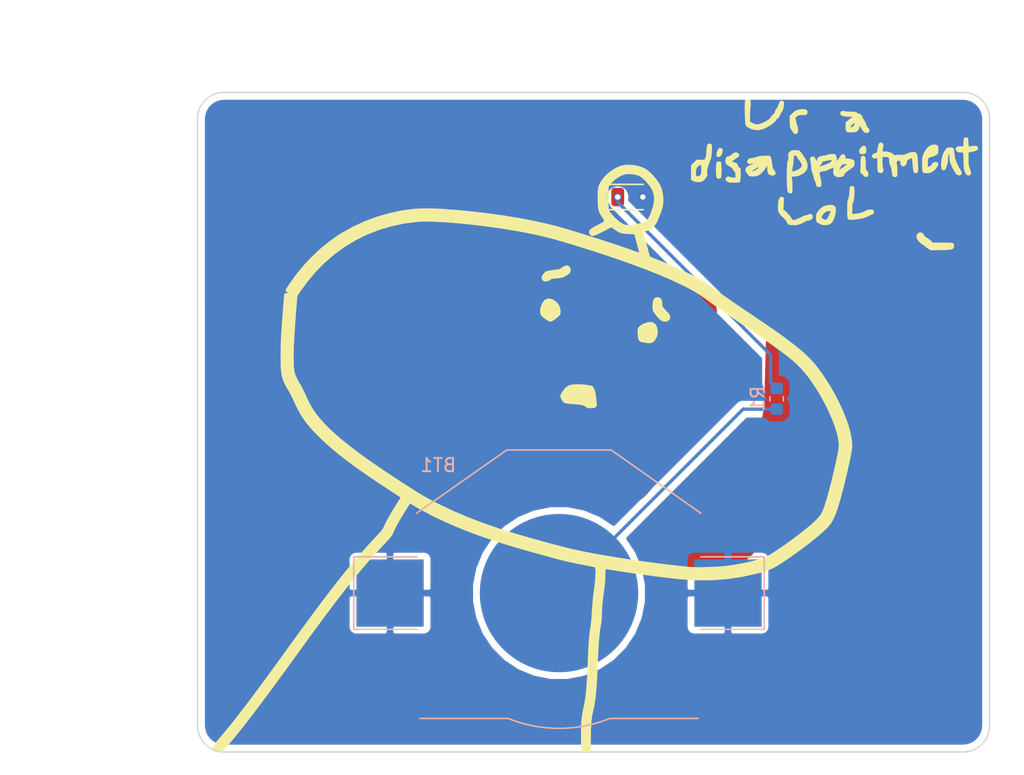
<source format=kicad_pcb>
(kicad_pcb (version 20171130) (host pcbnew "(5.1.4)-1")

  (general
    (thickness 1.6)
    (drawings 10)
    (tracks 8)
    (zones 0)
    (modules 6)
    (nets 4)
  )

  (page A4)
  (layers
    (0 F.Cu signal)
    (31 B.Cu signal)
    (32 B.Adhes user)
    (33 F.Adhes user)
    (34 B.Paste user)
    (35 F.Paste user)
    (36 B.SilkS user)
    (37 F.SilkS user)
    (38 B.Mask user)
    (39 F.Mask user)
    (40 Dwgs.User user)
    (41 Cmts.User user)
    (42 Eco1.User user)
    (43 Eco2.User user)
    (44 Edge.Cuts user)
    (45 Margin user)
    (46 B.CrtYd user)
    (47 F.CrtYd user)
    (48 B.Fab user)
    (49 F.Fab user)
  )

  (setup
    (last_trace_width 0.25)
    (trace_clearance 0.2)
    (zone_clearance 0.508)
    (zone_45_only no)
    (trace_min 0.2)
    (via_size 0.6)
    (via_drill 0.4)
    (via_min_size 0.4)
    (via_min_drill 0.3)
    (uvia_size 0.3)
    (uvia_drill 0.1)
    (uvias_allowed no)
    (uvia_min_size 0.2)
    (uvia_min_drill 0.1)
    (edge_width 0.15)
    (segment_width 0.2)
    (pcb_text_width 0.3)
    (pcb_text_size 1.5 1.5)
    (mod_edge_width 0.15)
    (mod_text_size 1 1)
    (mod_text_width 0.15)
    (pad_size 1.524 1.524)
    (pad_drill 0.762)
    (pad_to_mask_clearance 0.2)
    (aux_axis_origin 0 0)
    (grid_origin -29.9974 24.9936)
    (visible_elements 7FFFFFFF)
    (pcbplotparams
      (layerselection 0x010f0_ffffffff)
      (usegerberextensions false)
      (usegerberattributes false)
      (usegerberadvancedattributes false)
      (creategerberjobfile false)
      (excludeedgelayer true)
      (linewidth 0.100000)
      (plotframeref false)
      (viasonmask false)
      (mode 1)
      (useauxorigin false)
      (hpglpennumber 1)
      (hpglpenspeed 20)
      (hpglpendiameter 15.000000)
      (psnegative false)
      (psa4output false)
      (plotreference true)
      (plotvalue true)
      (plotinvisibletext false)
      (padsonsilk false)
      (subtractmaskfromsilk false)
      (outputformat 1)
      (mirror false)
      (drillshape 0)
      (scaleselection 1)
      (outputdirectory "gerbers/"))
  )

  (net 0 "")
  (net 1 "Net-(BT1-Pad2)")
  (net 2 "Net-(BT1-Pad1)")
  (net 3 "Net-(D1-Pad1)")

  (net_class Default "This is the default net class."
    (clearance 0.2)
    (trace_width 0.25)
    (via_dia 0.6)
    (via_drill 0.4)
    (uvia_dia 0.3)
    (uvia_drill 0.1)
    (add_net "Net-(BT1-Pad1)")
    (add_net "Net-(BT1-Pad2)")
    (add_net "Net-(D1-Pad1)")
  )

  (module LOGO (layer F.Cu) (tedit 0) (tstamp 0)
    (at 0 0)
    (fp_text reference G*** (at 0 0) (layer F.SilkS) hide
      (effects (font (size 1.524 1.524) (thickness 0.3)))
    )
    (fp_text value LOGO (at 0.75 0) (layer F.SilkS) hide
      (effects (font (size 1.524 1.524) (thickness 0.3)))
    )
    (fp_poly (pts (xy 30.014333 25.019) (xy -0.677334 25.019) (xy -0.677334 22.538504) (xy -0.421372 21.270502)
      (xy -0.370016 21.015486) (xy -0.325425 20.790595) (xy -0.286472 20.586958) (xy -0.252029 20.395704)
      (xy -0.220969 20.207961) (xy -0.192164 20.014859) (xy -0.164485 19.807526) (xy -0.136806 19.577093)
      (xy -0.107999 19.314687) (xy -0.076935 19.011437) (xy -0.042487 18.658474) (xy -0.003528 18.246925)
      (xy 0.041071 17.76792) (xy 0.086946 17.272) (xy 0.138452 16.712934) (xy 0.182649 16.227089)
      (xy 0.220238 15.8034) (xy 0.251922 15.4308) (xy 0.278403 15.098226) (xy 0.30038 14.79461)
      (xy 0.318558 14.508888) (xy 0.333635 14.229993) (xy 0.346316 13.946861) (xy 0.357301 13.648426)
      (xy 0.367291 13.323621) (xy 0.376989 12.961382) (xy 0.387096 12.550643) (xy 0.387576 12.530667)
      (xy 0.39749 12.126597) (xy 0.407165 11.749088) (xy 0.41636 11.406435) (xy 0.424832 11.106932)
      (xy 0.432339 10.858873) (xy 0.43864 10.670553) (xy 0.443491 10.550265) (xy 0.446651 10.506303)
      (xy 0.446657 10.506295) (xy 0.489532 10.509383) (xy 0.605156 10.524868) (xy 0.782784 10.551118)
      (xy 1.011668 10.586497) (xy 1.281062 10.629375) (xy 1.58022 10.678117) (xy 1.615149 10.683876)
      (xy 2.611783 10.845614) (xy 3.531426 10.988719) (xy 4.379584 11.113599) (xy 5.161763 11.220662)
      (xy 5.883469 11.310315) (xy 6.550209 11.382969) (xy 7.16749 11.439029) (xy 7.740817 11.478905)
      (xy 8.275696 11.503004) (xy 8.777635 11.511736) (xy 9.252139 11.505507) (xy 9.704715 11.484726)
      (xy 10.140869 11.449801) (xy 10.566108 11.40114) (xy 10.816166 11.365843) (xy 11.296081 11.281186)
      (xy 11.782678 11.17262) (xy 12.260247 11.044993) (xy 12.713073 10.903154) (xy 13.125446 10.751951)
      (xy 13.481653 10.596232) (xy 13.717468 10.470567) (xy 14.195091 10.164637) (xy 14.718611 9.787784)
      (xy 15.287875 9.340133) (xy 15.902728 8.821807) (xy 16.563018 8.232932) (xy 17.15106 7.685366)
      (xy 17.33468 7.508579) (xy 17.465634 7.373975) (xy 17.554912 7.267916) (xy 17.613509 7.176763)
      (xy 17.652417 7.08688) (xy 17.665111 7.047625) (xy 17.692349 6.958249) (xy 17.741264 6.798847)
      (xy 17.80851 6.580278) (xy 17.890743 6.313399) (xy 17.984616 6.009069) (xy 18.086784 5.678147)
      (xy 18.178109 5.382582) (xy 18.373934 4.748048) (xy 18.545512 4.18843) (xy 18.693945 3.697859)
      (xy 18.820339 3.270469) (xy 18.925794 2.900392) (xy 19.011415 2.58176) (xy 19.078306 2.308708)
      (xy 19.127568 2.075367) (xy 19.160305 1.87587) (xy 19.177621 1.704349) (xy 19.180618 1.554938)
      (xy 19.170401 1.421769) (xy 19.148071 1.298975) (xy 19.114732 1.180688) (xy 19.071487 1.061042)
      (xy 19.01944 0.934168) (xy 19.016024 0.926107) (xy 18.751755 0.312504) (xy 18.508349 -0.231598)
      (xy 18.279904 -0.717022) (xy 18.060518 -1.154592) (xy 17.844286 -1.555132) (xy 17.625307 -1.929463)
      (xy 17.397679 -2.288411) (xy 17.155498 -2.642799) (xy 16.892861 -3.003449) (xy 16.820834 -3.099134)
      (xy 16.532174 -3.47209) (xy 16.251877 -3.815402) (xy 15.971513 -4.136934) (xy 15.68265 -4.44455)
      (xy 15.376859 -4.746114) (xy 15.045708 -5.049489) (xy 14.680766 -5.362538) (xy 14.273602 -5.693126)
      (xy 13.815787 -6.049116) (xy 13.298889 -6.438373) (xy 13.017821 -6.646333) (xy 12.853175 -6.767963)
      (xy 12.629168 -6.934038) (xy 12.35423 -7.13828) (xy 12.036792 -7.374411) (xy 11.685284 -7.636154)
      (xy 11.308138 -7.917231) (xy 10.913782 -8.211365) (xy 10.510649 -8.512278) (xy 10.118354 -8.805333)
      (xy 7.9375 -10.435166) (xy 5.919814 -11.298831) (xy 3.902129 -12.162496) (xy 3.687332 -13.055665)
      (xy 3.593138 -13.447373) (xy 3.517008 -13.76496) (xy 3.457294 -14.016646) (xy 3.412353 -14.210649)
      (xy 3.380538 -14.355189) (xy 3.360204 -14.458486) (xy 3.349706 -14.528759) (xy 3.347398 -14.574228)
      (xy 3.351635 -14.603113) (xy 3.360771 -14.623632) (xy 3.370324 -14.639256) (xy 3.42619 -14.68924)
      (xy 3.538807 -14.762434) (xy 3.688166 -14.846326) (xy 3.762447 -14.88444) (xy 3.942975 -14.98347)
      (xy 4.115395 -15.093578) (xy 4.249496 -15.195048) (xy 4.277373 -15.2205) (xy 4.423656 -15.406578)
      (xy 4.558651 -15.660347) (xy 4.677116 -15.965044) (xy 4.773812 -16.30391) (xy 4.843495 -16.660184)
      (xy 4.880927 -17.017106) (xy 4.885797 -17.166166) (xy 4.88497 -17.372192) (xy 4.875668 -17.517931)
      (xy 4.854068 -17.627638) (xy 4.816346 -17.725565) (xy 4.789029 -17.78) (xy 4.719724 -17.880883)
      (xy 4.600976 -18.022886) (xy 4.447124 -18.191445) (xy 4.272505 -18.371999) (xy 4.091458 -18.549986)
      (xy 3.918322 -18.710845) (xy 3.767434 -18.840013) (xy 3.682011 -18.904268) (xy 3.543331 -18.979592)
      (xy 3.376261 -19.030417) (xy 3.167267 -19.058541) (xy 2.902818 -19.065759) (xy 2.569381 -19.053869)
      (xy 2.559261 -19.053297) (xy 2.327855 -19.038841) (xy 2.159972 -19.023221) (xy 2.034533 -19.001944)
      (xy 1.930459 -18.970521) (xy 1.826672 -18.924462) (xy 1.737484 -18.87822) (xy 1.458335 -18.697257)
      (xy 1.193946 -18.465848) (xy 0.954694 -18.198591) (xy 0.750954 -17.910082) (xy 0.593103 -17.614918)
      (xy 0.491517 -17.327694) (xy 0.456583 -17.076324) (xy 0.48786 -16.749383) (xy 0.58588 -16.37833)
      (xy 0.74873 -15.968593) (xy 0.974492 -15.525601) (xy 1.05072 -15.392939) (xy 1.142159 -15.236273)
      (xy 1.214912 -15.109132) (xy 1.259896 -15.027539) (xy 1.269999 -15.006098) (xy 1.232134 -14.987695)
      (xy 1.124657 -14.942031) (xy 0.956745 -14.872839) (xy 0.737575 -14.783852) (xy 0.476325 -14.678804)
      (xy 0.182171 -14.561427) (xy -0.031137 -14.476802) (xy -1.332273 -13.961783) (xy -2.271039 -14.178447)
      (xy -3.732078 -14.499856) (xy -5.154771 -14.781132) (xy -6.53329 -15.021381) (xy -7.861807 -15.219711)
      (xy -9.134491 -15.37523) (xy -10.345514 -15.487044) (xy -11.154834 -15.538905) (xy -12.190779 -15.564725)
      (xy -13.173356 -15.53131) (xy -14.111287 -15.436983) (xy -15.013298 -15.280068) (xy -15.888112 -15.058888)
      (xy -16.744454 -14.771764) (xy -17.591048 -14.417021) (xy -17.991667 -14.224655) (xy -18.809486 -13.784525)
      (xy -19.55998 -13.312875) (xy -20.257767 -12.799488) (xy -20.917466 -12.234148) (xy -21.139886 -12.024222)
      (xy -21.651356 -11.498448) (xy -22.087782 -10.979615) (xy -22.456772 -10.456308) (xy -22.765938 -9.917114)
      (xy -23.022887 -9.35062) (xy -23.149152 -9.010398) (xy -23.331758 -8.425989) (xy -23.465978 -7.865838)
      (xy -23.556078 -7.303784) (xy -23.606326 -6.713665) (xy -23.62103 -6.117166) (xy -23.582993 -5.24725)
      (xy -23.469331 -4.383018) (xy -23.282704 -3.537759) (xy -23.02577 -2.724762) (xy -22.85737 -2.300659)
      (xy -22.700217 -1.993578) (xy -22.474198 -1.643737) (xy -22.181885 -1.253818) (xy -21.82585 -0.8265)
      (xy -21.408665 -0.364466) (xy -20.932903 0.129603) (xy -20.401136 0.653026) (xy -19.815936 1.20312)
      (xy -19.179874 1.777206) (xy -18.495525 2.372602) (xy -17.86226 2.906344) (xy -17.260703 3.40292)
      (xy -16.701776 3.856911) (xy -16.166296 4.283588) (xy -15.635078 4.698221) (xy -15.088935 5.116079)
      (xy -15.028334 5.161981) (xy -14.811515 5.327174) (xy -14.618544 5.47633) (xy -14.45935 5.601598)
      (xy -14.343865 5.695125) (xy -14.28202 5.749061) (xy -14.274419 5.758045) (xy -14.297977 5.796079)
      (xy -14.370233 5.895205) (xy -14.487177 6.050253) (xy -14.644801 6.256057) (xy -14.839094 6.507448)
      (xy -15.066047 6.799257) (xy -15.32165 7.126317) (xy -15.601894 7.483459) (xy -15.902769 7.865515)
      (xy -16.220265 8.267318) (xy -16.266717 8.325994) (xy -17.234698 9.54917) (xy -18.178579 10.743404)
      (xy -19.096697 11.906563) (xy -19.987389 13.036518) (xy -20.848991 14.131138) (xy -21.679839 15.188291)
      (xy -22.478271 16.205847) (xy -23.242621 17.181675) (xy -23.971227 18.113643) (xy -24.662425 18.999621)
      (xy -25.314552 19.837477) (xy -25.925944 20.625082) (xy -26.494937 21.360303) (xy -27.019869 22.041011)
      (xy -27.499074 22.665073) (xy -27.93089 23.230359) (xy -28.313654 23.734739) (xy -28.6457 24.17608)
      (xy -28.761347 24.330999) (xy -29.2735 25.018831) (xy -29.62275 25.018915) (xy -29.972 25.019)
      (xy -29.972 -24.976666) (xy 30.014333 -24.976666) (xy 30.014333 25.019)) (layer F.Mask) (width 0.01))
    (fp_poly (pts (xy -8.159189 -14.921746) (xy -8.070362 -14.906939) (xy -7.915905 -14.882979) (xy -7.714013 -14.852618)
      (xy -7.482883 -14.81861) (xy -7.355598 -14.80017) (xy -7.12699 -14.765724) (xy -6.928399 -14.73294)
      (xy -6.774757 -14.704511) (xy -6.680994 -14.683126) (xy -6.659594 -14.674705) (xy -6.650618 -14.621948)
      (xy -6.64839 -14.496872) (xy -6.652184 -14.311491) (xy -6.661277 -14.077822) (xy -6.674944 -13.807881)
      (xy -6.692461 -13.513684) (xy -6.713104 -13.207247) (xy -6.736148 -12.900587) (xy -6.76087 -12.605718)
      (xy -6.786545 -12.334657) (xy -6.812448 -12.099421) (xy -6.81709 -12.061722) (xy -6.919159 -11.361321)
      (xy -7.048106 -10.661407) (xy -7.199704 -9.979903) (xy -7.369723 -9.334731) (xy -7.553936 -8.743814)
      (xy -7.685199 -8.382) (xy -7.739331 -8.236956) (xy -7.815135 -8.026038) (xy -7.907558 -7.763713)
      (xy -8.011547 -7.464444) (xy -8.122051 -7.142696) (xy -8.234016 -6.812936) (xy -8.2545 -6.752166)
      (xy -8.542408 -5.90685) (xy -8.810241 -5.141166) (xy -9.058956 -4.452732) (xy -9.289509 -3.839168)
      (xy -9.502855 -3.298093) (xy -9.699952 -2.827124) (xy -9.881755 -2.423882) (xy -10.04922 -2.085985)
      (xy -10.203304 -1.811051) (xy -10.297904 -1.663265) (xy -10.448345 -1.442697) (xy -10.272423 -1.340853)
      (xy -10.082222 -1.234959) (xy -9.826395 -1.098853) (xy -9.516093 -0.938015) (xy -9.162465 -0.757922)
      (xy -8.776662 -0.564053) (xy -8.369835 -0.361887) (xy -7.953134 -0.156902) (xy -7.53771 0.045423)
      (xy -7.134713 0.23961) (xy -6.755293 0.42018) (xy -6.410602 0.581655) (xy -6.111789 0.718556)
      (xy -5.870005 0.825404) (xy -5.820834 0.846333) (xy -5.694295 0.899198) (xy -5.50085 0.979406)
      (xy -5.251954 1.082235) (xy -4.95906 1.202964) (xy -4.633623 1.336872) (xy -4.287098 1.479239)
      (xy -3.930939 1.625341) (xy -3.915834 1.631532) (xy -3.282711 1.891365) (xy -2.720305 2.123117)
      (xy -2.220798 2.330337) (xy -1.776369 2.516575) (xy -1.379201 2.68538) (xy -1.021474 2.840302)
      (xy -0.695368 2.984889) (xy -0.393066 3.122692) (xy -0.106747 3.25726) (xy 0.171408 3.392141)
      (xy 0.449217 3.530886) (xy 0.7345 3.677044) (xy 1.035075 3.834164) (xy 1.358762 4.005795)
      (xy 1.608001 4.139) (xy 2.517503 4.626182) (xy 2.873136 4.249841) (xy 3.270795 3.81689)
      (xy 3.658489 3.371473) (xy 4.029678 2.922403) (xy 4.377825 2.478495) (xy 4.696388 2.048562)
      (xy 4.978828 1.64142) (xy 5.218607 1.265881) (xy 5.409184 0.93076) (xy 5.539402 0.656167)
      (xy 5.582521 0.546216) (xy 5.649953 0.367541) (xy 5.737695 0.131208) (xy 5.841744 -0.151716)
      (xy 5.958096 -0.470166) (xy 6.082748 -0.813074) (xy 6.211698 -1.169375) (xy 6.340941 -1.528001)
      (xy 6.466475 -1.877886) (xy 6.584297 -2.207963) (xy 6.690402 -2.507167) (xy 6.780789 -2.76443)
      (xy 6.851453 -2.968685) (xy 6.864042 -3.005666) (xy 6.960032 -3.294842) (xy 7.043379 -3.561626)
      (xy 7.118116 -3.822033) (xy 7.188277 -4.092075) (xy 7.257894 -4.387765) (xy 7.331001 -4.725117)
      (xy 7.411631 -5.120143) (xy 7.466473 -5.3975) (xy 7.558404 -5.871202) (xy 7.634307 -6.276163)
      (xy 7.695894 -6.626428) (xy 7.744872 -6.936044) (xy 7.782952 -7.219058) (xy 7.811841 -7.489515)
      (xy 7.833251 -7.761464) (xy 7.848888 -8.048949) (xy 7.860463 -8.366017) (xy 7.869262 -8.707766)
      (xy 7.895166 -9.859033) (xy 8.593666 -9.352218) (xy 9.292166 -8.845404) (xy 9.323836 -8.603118)
      (xy 9.342733 -8.355154) (xy 9.345671 -8.041734) (xy 9.33415 -7.680251) (xy 9.309671 -7.288098)
      (xy 9.273733 -6.882667) (xy 9.227836 -6.48135) (xy 9.173481 -6.101538) (xy 9.112167 -5.760625)
      (xy 9.058318 -5.5245) (xy 9.002512 -5.308505) (xy 8.933312 -5.040874) (xy 8.858562 -4.751932)
      (xy 8.786105 -4.472001) (xy 8.768151 -4.402666) (xy 8.677913 -4.06158) (xy 8.567194 -3.655121)
      (xy 8.440412 -3.198839) (xy 8.301983 -2.708285) (xy 8.156326 -2.199007) (xy 8.007857 -1.686556)
      (xy 7.860994 -1.186483) (xy 7.724234 -0.727893) (xy 7.637897 -0.444964) (xy 7.560968 -0.205352)
      (xy 7.486497 0.008178) (xy 7.407531 0.212863) (xy 7.317121 0.425939) (xy 7.208315 0.664639)
      (xy 7.074161 0.946202) (xy 6.928008 1.24641) (xy 6.778458 1.549733) (xy 6.628285 1.850311)
      (xy 6.485123 2.133157) (xy 6.356607 2.383283) (xy 6.250373 2.585702) (xy 6.179876 2.715137)
      (xy 6.076793 2.881197) (xy 5.927544 3.098317) (xy 5.740776 3.355681) (xy 5.525134 3.642471)
      (xy 5.289264 3.947868) (xy 5.041813 4.261055) (xy 4.791425 4.571215) (xy 4.546747 4.867529)
      (xy 4.316424 5.139181) (xy 4.109104 5.375353) (xy 3.93343 5.565227) (xy 3.79805 5.697985)
      (xy 3.790518 5.704672) (xy 3.50041 5.907771) (xy 3.166284 6.043277) (xy 2.782935 6.113055)
      (xy 2.624666 6.122682) (xy 2.378525 6.122195) (xy 2.167711 6.105844) (xy 2.032 6.079844)
      (xy 1.963524 6.053442) (xy 1.824626 5.994313) (xy 1.6217 5.905339) (xy 1.361137 5.789403)
      (xy 1.049331 5.649385) (xy 0.692675 5.488168) (xy 0.297561 5.308634) (xy -0.129618 5.113663)
      (xy -0.582469 4.906138) (xy -1.054598 4.688941) (xy -1.100667 4.667703) (xy -1.632554 4.423295)
      (xy -2.189731 4.168805) (xy -2.760085 3.909676) (xy -3.331502 3.651353) (xy -3.891869 3.399278)
      (xy -4.42907 3.158895) (xy -4.930992 2.935648) (xy -5.385521 2.73498) (xy -5.780543 2.562334)
      (xy -5.926667 2.499112) (xy -6.580464 2.217235) (xy -7.161928 1.966362) (xy -7.676519 1.744083)
      (xy -8.129698 1.547985) (xy -8.526924 1.375658) (xy -8.873659 1.22469) (xy -9.175363 1.092669)
      (xy -9.437495 0.977185) (xy -9.665517 0.875826) (xy -9.864888 0.786181) (xy -10.04107 0.705838)
      (xy -10.199521 0.632385) (xy -10.345703 0.563413) (xy -10.485076 0.496508) (xy -10.623101 0.42926)
      (xy -10.706371 0.388319) (xy -10.977629 0.252926) (xy -11.186718 0.143522) (xy -11.348447 0.050845)
      (xy -11.477627 -0.034367) (xy -11.589068 -0.121376) (xy -11.69758 -0.219445) (xy -11.733411 -0.254)
      (xy -11.897496 -0.425708) (xy -12.001818 -0.56541) (xy -12.05721 -0.687839) (xy -12.060161 -0.6985)
      (xy -12.084313 -0.824956) (xy -12.106908 -1.00392) (xy -12.126557 -1.214069) (xy -12.141875 -1.434083)
      (xy -12.151473 -1.642639) (xy -12.153964 -1.818415) (xy -12.147961 -1.940089) (xy -12.142824 -1.969011)
      (xy -12.102265 -2.048171) (xy -12.018089 -2.168578) (xy -11.904965 -2.310073) (xy -11.841012 -2.383684)
      (xy -11.744762 -2.494054) (xy -11.660497 -2.599307) (xy -11.58254 -2.70993) (xy -11.505213 -2.836412)
      (xy -11.422839 -2.989243) (xy -11.329738 -3.178909) (xy -11.220234 -3.415899) (xy -11.088648 -3.710703)
      (xy -10.942842 -4.042833) (xy -10.728201 -4.537319) (xy -10.544279 -4.970337) (xy -10.385639 -5.35698)
      (xy -10.246846 -5.712339) (xy -10.122462 -6.051506) (xy -10.007052 -6.389573) (xy -9.89518 -6.741631)
      (xy -9.781408 -7.122771) (xy -9.660301 -7.548086) (xy -9.59328 -7.789333) (xy -9.484322 -8.181767)
      (xy -9.368171 -8.596168) (xy -9.250257 -9.013429) (xy -9.136012 -9.414441) (xy -9.030865 -9.780099)
      (xy -8.940246 -10.091294) (xy -8.907477 -10.202333) (xy -8.795029 -10.583364) (xy -8.703352 -10.900434)
      (xy -8.628314 -11.170501) (xy -8.565782 -11.410526) (xy -8.511625 -11.637466) (xy -8.461709 -11.868283)
      (xy -8.411902 -12.119934) (xy -8.358072 -12.409381) (xy -8.324653 -12.594166) (xy -8.274277 -12.878051)
      (xy -8.237951 -13.098569) (xy -8.214122 -13.275572) (xy -8.201239 -13.428911) (xy -8.19775 -13.578437)
      (xy -8.202104 -13.743999) (xy -8.212749 -13.94545) (xy -8.215459 -13.991166) (xy -8.230224 -14.224178)
      (xy -8.245611 -14.442895) (xy -8.259972 -14.625365) (xy -8.271662 -14.749635) (xy -8.273533 -14.765563)
      (xy -8.296211 -14.947292) (xy -8.159189 -14.921746)) (layer F.Mask) (width 0.01))
    (fp_poly (pts (xy 0.271587 -6.079514) (xy 0.359691 -6.041594) (xy 0.398515 -5.999488) (xy 0.417263 -5.936445)
      (xy 0.454308 -5.816365) (xy 0.502336 -5.66291) (xy 0.512605 -5.630333) (xy 0.561966 -5.453897)
      (xy 0.592471 -5.285018) (xy 0.607925 -5.093419) (xy 0.612134 -4.848827) (xy 0.612124 -4.838722)
      (xy 0.61056 -4.629702) (xy 0.604444 -4.487075) (xy 0.590572 -4.39258) (xy 0.565742 -4.327953)
      (xy 0.526748 -4.274932) (xy 0.510009 -4.256639) (xy 0.473719 -4.21875) (xy 0.437918 -4.19061)
      (xy 0.391036 -4.171524) (xy 0.321502 -4.160801) (xy 0.217748 -4.157744) (xy 0.068203 -4.161663)
      (xy -0.138703 -4.171861) (xy -0.414541 -4.187647) (xy -0.529167 -4.194344) (xy -0.804922 -4.211699)
      (xy -1.007316 -4.229058) (xy -1.147589 -4.24972) (xy -1.236983 -4.276979) (xy -1.286739 -4.314134)
      (xy -1.308099 -4.364479) (xy -1.312334 -4.424015) (xy -1.285255 -4.609206) (xy -1.201067 -4.809403)
      (xy -1.055347 -5.031607) (xy -0.84367 -5.28282) (xy -0.630643 -5.502702) (xy -0.366418 -5.749837)
      (xy -0.144109 -5.927682) (xy 0.039725 -6.038436) (xy 0.188526 -6.084301) (xy 0.271587 -6.079514)) (layer F.Mask) (width 0.01))
    (fp_poly (pts (xy 1.778757 -14.5943) (xy 2.214809 -14.329833) (xy 3.164381 -14.329833) (xy 3.360299 -13.567833)
      (xy 3.432089 -13.288104) (xy 3.484824 -13.079892) (xy 3.520593 -12.93273) (xy 3.541483 -12.836152)
      (xy 3.54958 -12.77969) (xy 3.546973 -12.752877) (xy 3.535747 -12.745247) (xy 3.52425 -12.745674)
      (xy 3.478833 -12.759418) (xy 3.361236 -12.797467) (xy 3.179531 -12.857146) (xy 2.941789 -12.93578)
      (xy 2.656083 -13.030693) (xy 2.330485 -13.139209) (xy 1.973066 -13.258653) (xy 1.632923 -13.372591)
      (xy -0.226654 -13.996166) (xy -0.081577 -14.083571) (xy 0.004175 -14.132828) (xy 0.148593 -14.213178)
      (xy 0.335661 -14.31582) (xy 0.549368 -14.431952) (xy 0.703103 -14.514872) (xy 1.342706 -14.858767)
      (xy 1.778757 -14.5943)) (layer F.Mask) (width 0.01))
  )

  (module Resistor_SMD:R_0603_1608Metric (layer B.Cu) (tedit 5B301BBD) (tstamp 5E44C3AE)
    (at 13.8684 -1.778 270)
    (descr "Resistor SMD 0603 (1608 Metric), square (rectangular) end terminal, IPC_7351 nominal, (Body size source: http://www.tortai-tech.com/upload/download/2011102023233369053.pdf), generated with kicad-footprint-generator")
    (tags resistor)
    (path /5E43C507)
    (attr smd)
    (fp_text reference R1 (at 0 1.43 90) (layer B.SilkS)
      (effects (font (size 1 1) (thickness 0.15)) (justify mirror))
    )
    (fp_text value R_US (at 0 -1.43 90) (layer B.Fab)
      (effects (font (size 1 1) (thickness 0.15)) (justify mirror))
    )
    (fp_text user %R (at 0 0 90) (layer B.Fab)
      (effects (font (size 0.4 0.4) (thickness 0.06)) (justify mirror))
    )
    (fp_line (start 1.48 -0.73) (end -1.48 -0.73) (layer B.CrtYd) (width 0.05))
    (fp_line (start 1.48 0.73) (end 1.48 -0.73) (layer B.CrtYd) (width 0.05))
    (fp_line (start -1.48 0.73) (end 1.48 0.73) (layer B.CrtYd) (width 0.05))
    (fp_line (start -1.48 -0.73) (end -1.48 0.73) (layer B.CrtYd) (width 0.05))
    (fp_line (start -0.162779 -0.51) (end 0.162779 -0.51) (layer B.SilkS) (width 0.12))
    (fp_line (start -0.162779 0.51) (end 0.162779 0.51) (layer B.SilkS) (width 0.12))
    (fp_line (start 0.8 -0.4) (end -0.8 -0.4) (layer B.Fab) (width 0.1))
    (fp_line (start 0.8 0.4) (end 0.8 -0.4) (layer B.Fab) (width 0.1))
    (fp_line (start -0.8 0.4) (end 0.8 0.4) (layer B.Fab) (width 0.1))
    (fp_line (start -0.8 -0.4) (end -0.8 0.4) (layer B.Fab) (width 0.1))
    (pad 2 smd roundrect (at 0.7875 0 270) (size 0.875 0.95) (layers B.Cu B.Paste B.Mask) (roundrect_rratio 0.25)
      (net 1 "Net-(BT1-Pad2)"))
    (pad 1 smd roundrect (at -0.7875 0 270) (size 0.875 0.95) (layers B.Cu B.Paste B.Mask) (roundrect_rratio 0.25)
      (net 3 "Net-(D1-Pad1)"))
    (model ${KISYS3DMOD}/Resistor_SMD.3dshapes/R_0603_1608Metric.wrl
      (at (xyz 0 0 0))
      (scale (xyz 1 1 1))
      (rotate (xyz 0 0 0))
    )
  )

  (module LED_SMD:LED_0805_2012Metric (layer F.Cu) (tedit 5B36C52C) (tstamp 5E44C39D)
    (at 2.7686 -17.0688)
    (descr "LED SMD 0805 (2012 Metric), square (rectangular) end terminal, IPC_7351 nominal, (Body size source: https://docs.google.com/spreadsheets/d/1BsfQQcO9C6DZCsRaXUlFlo91Tg2WpOkGARC1WS5S8t0/edit?usp=sharing), generated with kicad-footprint-generator")
    (tags diode)
    (path /5E43AF18)
    (attr smd)
    (fp_text reference D1 (at 0 -1.65) (layer F.SilkS) hide
      (effects (font (size 1 1) (thickness 0.15)))
    )
    (fp_text value LED (at 0 1.65) (layer F.Fab)
      (effects (font (size 1 1) (thickness 0.15)))
    )
    (fp_text user %R (at 0 0) (layer F.Fab)
      (effects (font (size 0.5 0.5) (thickness 0.08)))
    )
    (fp_line (start 1.68 0.95) (end -1.68 0.95) (layer F.CrtYd) (width 0.05))
    (fp_line (start 1.68 -0.95) (end 1.68 0.95) (layer F.CrtYd) (width 0.05))
    (fp_line (start -1.68 -0.95) (end 1.68 -0.95) (layer F.CrtYd) (width 0.05))
    (fp_line (start -1.68 0.95) (end -1.68 -0.95) (layer F.CrtYd) (width 0.05))
    (fp_line (start -1.685 0.96) (end 1 0.96) (layer F.SilkS) (width 0.12))
    (fp_line (start -1.685 -0.96) (end -1.685 0.96) (layer F.SilkS) (width 0.12))
    (fp_line (start 1 -0.96) (end -1.685 -0.96) (layer F.SilkS) (width 0.12))
    (fp_line (start 1 0.6) (end 1 -0.6) (layer F.Fab) (width 0.1))
    (fp_line (start -1 0.6) (end 1 0.6) (layer F.Fab) (width 0.1))
    (fp_line (start -1 -0.3) (end -1 0.6) (layer F.Fab) (width 0.1))
    (fp_line (start -0.7 -0.6) (end -1 -0.3) (layer F.Fab) (width 0.1))
    (fp_line (start 1 -0.6) (end -0.7 -0.6) (layer F.Fab) (width 0.1))
    (pad 2 smd roundrect (at 0.9375 0) (size 0.975 1.4) (layers F.Cu F.Paste F.Mask) (roundrect_rratio 0.25)
      (net 2 "Net-(BT1-Pad1)"))
    (pad 1 smd roundrect (at -0.9375 0) (size 0.975 1.4) (layers F.Cu F.Paste F.Mask) (roundrect_rratio 0.25)
      (net 3 "Net-(D1-Pad1)"))
    (model ${KISYS3DMOD}/LED_SMD.3dshapes/LED_0805_2012Metric.wrl
      (at (xyz 0 0 0))
      (scale (xyz 1 1 1))
      (rotate (xyz 0 0 0))
    )
  )

  (module Battery:BatteryHolder_Keystone_3002_1x2032 (layer B.Cu) (tedit 5CBDF5E8) (tstamp 5E44C38A)
    (at -2.6162 12.954)
    (descr https://www.tme.eu/it/Document/a823211ec201a9e209042d155fe22d2b/KEYS2996.pdf)
    (tags "BR2016 CR2016 DL2016 BR2020 CL2020 BR2025 CR2025 DL2025 DR2032 CR2032 DL2032")
    (path /5E439501)
    (attr smd)
    (fp_text reference BT1 (at -9.15 -9.7) (layer B.SilkS)
      (effects (font (size 1 1) (thickness 0.15)) (justify mirror))
    )
    (fp_text value Battery_Cell (at 0 11) (layer B.Fab)
      (effects (font (size 1 1) (thickness 0.15)) (justify mirror))
    )
    (fp_line (start -15.35 2.55) (end -15.35 -2.55) (layer B.Fab) (width 0.1))
    (fp_line (start -15.35 -2.55) (end -10.55 -2.55) (layer B.Fab) (width 0.1))
    (fp_line (start -15.35 2.55) (end -10.55 2.55) (layer B.Fab) (width 0.1))
    (fp_line (start -10.55 -2.55) (end -10.55 -5.85) (layer B.Fab) (width 0.1))
    (fp_line (start 10.55 -2.55) (end 10.55 -5.9) (layer B.Fab) (width 0.1))
    (fp_line (start -3.8 -10.6) (end 3.8 -10.6) (layer B.Fab) (width 0.1))
    (fp_line (start 10.55 -2.55) (end 15.35 -2.55) (layer B.Fab) (width 0.1))
    (fp_line (start 15.35 -2.55) (end 15.35 2.55) (layer B.Fab) (width 0.1))
    (fp_line (start 15.35 2.55) (end 10.55 2.55) (layer B.Fab) (width 0.1))
    (fp_line (start 10.55 2.55) (end 10.55 9.3) (layer B.Fab) (width 0.1))
    (fp_line (start 10.55 9.3) (end -10.55 9.3) (layer B.Fab) (width 0.1))
    (fp_line (start -10.55 2.55) (end -10.55 9.3) (layer B.Fab) (width 0.1))
    (fp_line (start -10.55 -5.85) (end -3.8 -10.6) (layer B.Fab) (width 0.1))
    (fp_line (start -10.8 -6.05) (end -3.95 -10.85) (layer B.SilkS) (width 0.12))
    (fp_line (start -3.95 -10.85) (end 3.95 -10.85) (layer B.SilkS) (width 0.12))
    (fp_line (start 3.95 -10.85) (end 10.75 -6.05) (layer B.SilkS) (width 0.12))
    (fp_line (start 10.55 -5.9) (end 3.8 -10.6) (layer B.Fab) (width 0.1))
    (fp_circle (center 0 0) (end 10 0) (layer Dwgs.User) (width 0.2))
    (fp_line (start -10.55 9.5) (end -3.85 9.5) (layer B.SilkS) (width 0.12))
    (fp_arc (start 0 0) (end 3.85 9.5) (angle 44.1) (layer B.SilkS) (width 0.12))
    (fp_line (start 10.55 9.5) (end 3.85 9.5) (layer B.SilkS) (width 0.12))
    (fp_line (start -15.85 3.05) (end -11.05 3.05) (layer B.CrtYd) (width 0.05))
    (fp_line (start -11.05 3.05) (end -11.05 9.8) (layer B.CrtYd) (width 0.05))
    (fp_line (start -11.05 9.8) (end -3.9 9.8) (layer B.CrtYd) (width 0.05))
    (fp_arc (start 0 0) (end 3.9 9.8) (angle 43.40107348) (layer B.CrtYd) (width 0.05))
    (fp_line (start 11.05 9.8) (end 3.9 9.8) (layer B.CrtYd) (width 0.05))
    (fp_line (start 11.05 9.8) (end 11.05 3.05) (layer B.CrtYd) (width 0.05))
    (fp_line (start 11.05 3.05) (end 15.85 3.05) (layer B.CrtYd) (width 0.05))
    (fp_line (start 15.85 3.05) (end 15.85 -3.05) (layer B.CrtYd) (width 0.05))
    (fp_line (start 15.85 -3.05) (end 11.05 -3.05) (layer B.CrtYd) (width 0.05))
    (fp_line (start 11.05 -3.05) (end 11.05 -6.35) (layer B.CrtYd) (width 0.05))
    (fp_line (start 11.05 -6.35) (end 4.3 -11.1) (layer B.CrtYd) (width 0.05))
    (fp_line (start 4.3 -11.1) (end -4.3 -11.1) (layer B.CrtYd) (width 0.05))
    (fp_line (start -4.3 -11.1) (end -11.05 -6.35) (layer B.CrtYd) (width 0.05))
    (fp_line (start -11.05 -6.35) (end -11.05 -3.05) (layer B.CrtYd) (width 0.05))
    (fp_line (start -11.05 -3.05) (end -15.85 -3.05) (layer B.CrtYd) (width 0.05))
    (fp_line (start -15.85 -3.05) (end -15.85 3.05) (layer B.CrtYd) (width 0.05))
    (fp_line (start -10.75 2.75) (end -15.55 2.75) (layer B.SilkS) (width 0.12))
    (fp_line (start -15.55 2.75) (end -15.55 -2.75) (layer B.SilkS) (width 0.12))
    (fp_line (start -15.55 -2.75) (end -10.75 -2.75) (layer B.SilkS) (width 0.12))
    (fp_line (start 10.75 -2.75) (end 15.55 -2.75) (layer B.SilkS) (width 0.12))
    (fp_line (start 15.55 -2.75) (end 15.55 2.75) (layer B.SilkS) (width 0.12))
    (fp_line (start 15.55 2.75) (end 10.75 2.75) (layer B.SilkS) (width 0.12))
    (fp_text user %R (at -9.15 -9.7) (layer B.Fab)
      (effects (font (size 1 1) (thickness 0.15)) (justify mirror))
    )
    (pad 2 smd circle (at 0 0) (size 12 12) (layers B.Cu B.Mask)
      (net 1 "Net-(BT1-Pad2)"))
    (pad 1 smd rect (at -12.8 0) (size 5.1 5.1) (layers B.Cu B.Paste B.Mask)
      (net 2 "Net-(BT1-Pad1)"))
    (pad 1 smd rect (at 12.8 0) (size 5.1 5.1) (layers B.Cu B.Paste B.Mask)
      (net 2 "Net-(BT1-Pad1)"))
    (model ${KISYS3DMOD}/Battery.3dshapes/BatteryHolder_Keystone_3002_1x2032.wrl
      (at (xyz 0 0 0))
      (scale (xyz 1 1 1))
      (rotate (xyz 0 0 0))
    )
  )

  (module LOGO (layer F.Cu) (tedit 0) (tstamp 0)
    (at 0 0)
    (fp_text reference G*** (at 0 0) (layer F.SilkS) hide
      (effects (font (size 1.524 1.524) (thickness 0.3)))
    )
    (fp_text value LOGO (at 0.75 0) (layer F.SilkS) hide
      (effects (font (size 1.524 1.524) (thickness 0.3)))
    )
    (fp_poly (pts (xy 13.167988 -6.197383) (xy 13.28376 -6.124531) (xy 13.44905 -6.010443) (xy 13.655699 -5.861118)
      (xy 13.895548 -5.682552) (xy 14.160436 -5.480745) (xy 14.442204 -5.261696) (xy 14.732691 -5.031402)
      (xy 14.753166 -5.014996) (xy 15.280209 -4.570889) (xy 15.731021 -4.143914) (xy 16.110876 -3.72828)
      (xy 16.425046 -3.318196) (xy 16.678804 -2.907871) (xy 16.689041 -2.889024) (xy 16.846916 -2.596613)
      (xy 16.784994 -1.774556) (xy 16.763474 -1.467217) (xy 16.740725 -1.105002) (xy 16.718457 -0.71765)
      (xy 16.698377 -0.334901) (xy 16.682192 0.013505) (xy 16.681867 0.021167) (xy 16.662418 0.416377)
      (xy 16.638298 0.747695) (xy 16.605736 1.035893) (xy 16.560964 1.301739) (xy 16.500212 1.566005)
      (xy 16.419711 1.849462) (xy 16.315692 2.172878) (xy 16.263159 2.328334) (xy 16.093919 2.797469)
      (xy 15.890019 3.317859) (xy 15.657699 3.876276) (xy 15.403198 4.459495) (xy 15.132755 5.054289)
      (xy 14.852609 5.647433) (xy 14.569 6.225699) (xy 14.288167 6.775862) (xy 14.016348 7.284694)
      (xy 13.759783 7.738971) (xy 13.53941 8.102356) (xy 13.163522 8.663345) (xy 12.774728 9.182763)
      (xy 12.380309 9.652393) (xy 11.987543 10.064019) (xy 11.603711 10.409424) (xy 11.281833 10.650256)
      (xy 11.162197 10.722358) (xy 11.039816 10.773964) (xy 10.888707 10.813432) (xy 10.682892 10.849116)
      (xy 10.646833 10.854492) (xy 10.142855 10.921714) (xy 9.631255 10.977143) (xy 9.127596 11.019805)
      (xy 8.647437 11.048724) (xy 8.206342 11.062927) (xy 7.819872 11.06144) (xy 7.5565 11.047978)
      (xy 7.288831 11.023806) (xy 6.998748 10.993173) (xy 6.697596 10.957738) (xy 6.396718 10.919158)
      (xy 6.107459 10.879094) (xy 5.841162 10.839203) (xy 5.609172 10.801142) (xy 5.422833 10.766572)
      (xy 5.293488 10.73715) (xy 5.232481 10.714534) (xy 5.229716 10.707827) (xy 5.271153 10.671481)
      (xy 5.36799 10.598304) (xy 5.505604 10.499058) (xy 5.662917 10.388961) (xy 6.092803 10.085778)
      (xy 6.536168 9.761404) (xy 6.980443 9.425746) (xy 7.413059 9.088711) (xy 7.821448 8.760205)
      (xy 8.193039 8.450136) (xy 8.515263 8.16841) (xy 8.715997 7.982608) (xy 9.159445 7.518)
      (xy 9.606054 6.969127) (xy 10.055872 6.335918) (xy 10.508949 5.618301) (xy 10.965333 4.816203)
      (xy 11.264019 4.249036) (xy 11.409936 3.956861) (xy 11.533155 3.691759) (xy 11.643346 3.430014)
      (xy 11.750178 3.147913) (xy 11.863324 2.821742) (xy 11.937281 2.598036) (xy 12.147547 1.944311)
      (xy 12.32777 1.362886) (xy 12.479594 0.847548) (xy 12.604664 0.392085) (xy 12.704625 -0.009718)
      (xy 12.781119 -0.364073) (xy 12.835793 -0.677193) (xy 12.865773 -0.910166) (xy 12.890526 -1.188819)
      (xy 12.914606 -1.544258) (xy 12.937687 -1.968604) (xy 12.959441 -2.45398) (xy 12.979539 -2.992505)
      (xy 12.997654 -3.5763) (xy 13.013458 -4.197486) (xy 13.024284 -4.719699) (xy 13.032426 -5.127281)
      (xy 13.040353 -5.457495) (xy 13.048484 -5.717634) (xy 13.057232 -5.914995) (xy 13.067013 -6.056871)
      (xy 13.078242 -6.150559) (xy 13.091336 -6.203353) (xy 13.106709 -6.222549) (xy 13.109895 -6.223)
      (xy 13.167988 -6.197383)) (layer F.Cu) (width 0.01))
    (fp_poly (pts (xy -8.159189 -14.921746) (xy -8.070362 -14.906939) (xy -7.915905 -14.882979) (xy -7.714013 -14.852618)
      (xy -7.482883 -14.81861) (xy -7.355598 -14.80017) (xy -7.12699 -14.765724) (xy -6.928399 -14.73294)
      (xy -6.774757 -14.704511) (xy -6.680994 -14.683126) (xy -6.659594 -14.674705) (xy -6.650618 -14.621948)
      (xy -6.64839 -14.496872) (xy -6.652184 -14.311491) (xy -6.661277 -14.077822) (xy -6.674944 -13.807881)
      (xy -6.692461 -13.513684) (xy -6.713104 -13.207247) (xy -6.736148 -12.900587) (xy -6.76087 -12.605718)
      (xy -6.786545 -12.334657) (xy -6.812448 -12.099421) (xy -6.81709 -12.061722) (xy -6.919159 -11.361321)
      (xy -7.048106 -10.661407) (xy -7.199704 -9.979903) (xy -7.369723 -9.334731) (xy -7.553936 -8.743814)
      (xy -7.685199 -8.382) (xy -7.739331 -8.236956) (xy -7.815135 -8.026038) (xy -7.907558 -7.763713)
      (xy -8.011547 -7.464444) (xy -8.122051 -7.142696) (xy -8.234016 -6.812936) (xy -8.2545 -6.752166)
      (xy -8.542408 -5.90685) (xy -8.810241 -5.141166) (xy -9.058956 -4.452732) (xy -9.289509 -3.839168)
      (xy -9.502855 -3.298093) (xy -9.699952 -2.827124) (xy -9.881755 -2.423882) (xy -10.04922 -2.085985)
      (xy -10.203304 -1.811051) (xy -10.297904 -1.663265) (xy -10.448345 -1.442697) (xy -10.272423 -1.340853)
      (xy -10.082222 -1.234959) (xy -9.826395 -1.098853) (xy -9.516093 -0.938015) (xy -9.162465 -0.757922)
      (xy -8.776662 -0.564053) (xy -8.369835 -0.361887) (xy -7.953134 -0.156902) (xy -7.53771 0.045423)
      (xy -7.134713 0.23961) (xy -6.755293 0.42018) (xy -6.410602 0.581655) (xy -6.111789 0.718556)
      (xy -5.870005 0.825404) (xy -5.820834 0.846333) (xy -5.694295 0.899198) (xy -5.50085 0.979406)
      (xy -5.251954 1.082235) (xy -4.95906 1.202964) (xy -4.633623 1.336872) (xy -4.287098 1.479239)
      (xy -3.930939 1.625341) (xy -3.915834 1.631532) (xy -3.282711 1.891365) (xy -2.720305 2.123117)
      (xy -2.220798 2.330337) (xy -1.776369 2.516575) (xy -1.379201 2.68538) (xy -1.021474 2.840302)
      (xy -0.695368 2.984889) (xy -0.393066 3.122692) (xy -0.106747 3.25726) (xy 0.171408 3.392141)
      (xy 0.449217 3.530886) (xy 0.7345 3.677044) (xy 1.035075 3.834164) (xy 1.358762 4.005795)
      (xy 1.608001 4.139) (xy 2.517503 4.626182) (xy 2.873136 4.249841) (xy 3.270795 3.81689)
      (xy 3.658489 3.371473) (xy 4.029678 2.922403) (xy 4.377825 2.478495) (xy 4.696388 2.048562)
      (xy 4.978828 1.64142) (xy 5.218607 1.265881) (xy 5.409184 0.93076) (xy 5.539402 0.656167)
      (xy 5.582521 0.546216) (xy 5.649953 0.367541) (xy 5.737695 0.131208) (xy 5.841744 -0.151716)
      (xy 5.958096 -0.470166) (xy 6.082748 -0.813074) (xy 6.211698 -1.169375) (xy 6.340941 -1.528001)
      (xy 6.466475 -1.877886) (xy 6.584297 -2.207963) (xy 6.690402 -2.507167) (xy 6.780789 -2.76443)
      (xy 6.851453 -2.968685) (xy 6.864042 -3.005666) (xy 6.960032 -3.294842) (xy 7.043379 -3.561626)
      (xy 7.118116 -3.822033) (xy 7.188277 -4.092075) (xy 7.257894 -4.387765) (xy 7.331001 -4.725117)
      (xy 7.411631 -5.120143) (xy 7.466473 -5.3975) (xy 7.558404 -5.871202) (xy 7.634307 -6.276163)
      (xy 7.695894 -6.626428) (xy 7.744872 -6.936044) (xy 7.782952 -7.219058) (xy 7.811841 -7.489515)
      (xy 7.833251 -7.761464) (xy 7.848888 -8.048949) (xy 7.860463 -8.366017) (xy 7.869262 -8.707766)
      (xy 7.895166 -9.859033) (xy 8.593666 -9.352218) (xy 9.292166 -8.845404) (xy 9.323836 -8.603118)
      (xy 9.342733 -8.355154) (xy 9.345671 -8.041734) (xy 9.33415 -7.680251) (xy 9.309671 -7.288098)
      (xy 9.273733 -6.882667) (xy 9.227836 -6.48135) (xy 9.173481 -6.101538) (xy 9.112167 -5.760625)
      (xy 9.058318 -5.5245) (xy 9.002512 -5.308505) (xy 8.933312 -5.040874) (xy 8.858562 -4.751932)
      (xy 8.786105 -4.472001) (xy 8.768151 -4.402666) (xy 8.677913 -4.06158) (xy 8.567194 -3.655121)
      (xy 8.440412 -3.198839) (xy 8.301983 -2.708285) (xy 8.156326 -2.199007) (xy 8.007857 -1.686556)
      (xy 7.860994 -1.186483) (xy 7.724234 -0.727893) (xy 7.637897 -0.444964) (xy 7.560968 -0.205352)
      (xy 7.486497 0.008178) (xy 7.407531 0.212863) (xy 7.317121 0.425939) (xy 7.208315 0.664639)
      (xy 7.074161 0.946202) (xy 6.928008 1.24641) (xy 6.778458 1.549733) (xy 6.628285 1.850311)
      (xy 6.485123 2.133157) (xy 6.356607 2.383283) (xy 6.250373 2.585702) (xy 6.179876 2.715137)
      (xy 6.076793 2.881197) (xy 5.927544 3.098317) (xy 5.740776 3.355681) (xy 5.525134 3.642471)
      (xy 5.289264 3.947868) (xy 5.041813 4.261055) (xy 4.791425 4.571215) (xy 4.546747 4.867529)
      (xy 4.316424 5.139181) (xy 4.109104 5.375353) (xy 3.93343 5.565227) (xy 3.79805 5.697985)
      (xy 3.790518 5.704672) (xy 3.50041 5.907771) (xy 3.166284 6.043277) (xy 2.782935 6.113055)
      (xy 2.624666 6.122682) (xy 2.378525 6.122195) (xy 2.167711 6.105844) (xy 2.032 6.079844)
      (xy 1.963524 6.053442) (xy 1.824626 5.994313) (xy 1.6217 5.905339) (xy 1.361137 5.789403)
      (xy 1.049331 5.649385) (xy 0.692675 5.488168) (xy 0.297561 5.308634) (xy -0.129618 5.113663)
      (xy -0.582469 4.906138) (xy -1.054598 4.688941) (xy -1.100667 4.667703) (xy -1.632554 4.423295)
      (xy -2.189731 4.168805) (xy -2.760085 3.909676) (xy -3.331502 3.651353) (xy -3.891869 3.399278)
      (xy -4.42907 3.158895) (xy -4.930992 2.935648) (xy -5.385521 2.73498) (xy -5.780543 2.562334)
      (xy -5.926667 2.499112) (xy -6.580464 2.217235) (xy -7.161928 1.966362) (xy -7.676519 1.744083)
      (xy -8.129698 1.547985) (xy -8.526924 1.375658) (xy -8.873659 1.22469) (xy -9.175363 1.092669)
      (xy -9.437495 0.977185) (xy -9.665517 0.875826) (xy -9.864888 0.786181) (xy -10.04107 0.705838)
      (xy -10.199521 0.632385) (xy -10.345703 0.563413) (xy -10.485076 0.496508) (xy -10.623101 0.42926)
      (xy -10.706371 0.388319) (xy -10.977629 0.252926) (xy -11.186718 0.143522) (xy -11.348447 0.050845)
      (xy -11.477627 -0.034367) (xy -11.589068 -0.121376) (xy -11.69758 -0.219445) (xy -11.733411 -0.254)
      (xy -11.897496 -0.425708) (xy -12.001818 -0.56541) (xy -12.05721 -0.687839) (xy -12.060161 -0.6985)
      (xy -12.084313 -0.824956) (xy -12.106908 -1.00392) (xy -12.126557 -1.214069) (xy -12.141875 -1.434083)
      (xy -12.151473 -1.642639) (xy -12.153964 -1.818415) (xy -12.147961 -1.940089) (xy -12.142824 -1.969011)
      (xy -12.102265 -2.048171) (xy -12.018089 -2.168578) (xy -11.904965 -2.310073) (xy -11.841012 -2.383684)
      (xy -11.744762 -2.494054) (xy -11.660497 -2.599307) (xy -11.58254 -2.70993) (xy -11.505213 -2.836412)
      (xy -11.422839 -2.989243) (xy -11.329738 -3.178909) (xy -11.220234 -3.415899) (xy -11.088648 -3.710703)
      (xy -10.942842 -4.042833) (xy -10.728201 -4.537319) (xy -10.544279 -4.970337) (xy -10.385639 -5.35698)
      (xy -10.246846 -5.712339) (xy -10.122462 -6.051506) (xy -10.007052 -6.389573) (xy -9.89518 -6.741631)
      (xy -9.781408 -7.122771) (xy -9.660301 -7.548086) (xy -9.59328 -7.789333) (xy -9.484322 -8.181767)
      (xy -9.368171 -8.596168) (xy -9.250257 -9.013429) (xy -9.136012 -9.414441) (xy -9.030865 -9.780099)
      (xy -8.940246 -10.091294) (xy -8.907477 -10.202333) (xy -8.795029 -10.583364) (xy -8.703352 -10.900434)
      (xy -8.628314 -11.170501) (xy -8.565782 -11.410526) (xy -8.511625 -11.637466) (xy -8.461709 -11.868283)
      (xy -8.411902 -12.119934) (xy -8.358072 -12.409381) (xy -8.324653 -12.594166) (xy -8.274277 -12.878051)
      (xy -8.237951 -13.098569) (xy -8.214122 -13.275572) (xy -8.201239 -13.428911) (xy -8.19775 -13.578437)
      (xy -8.202104 -13.743999) (xy -8.212749 -13.94545) (xy -8.215459 -13.991166) (xy -8.230224 -14.224178)
      (xy -8.245611 -14.442895) (xy -8.259972 -14.625365) (xy -8.271662 -14.749635) (xy -8.273533 -14.765563)
      (xy -8.296211 -14.947292) (xy -8.159189 -14.921746)) (layer F.Cu) (width 0.01))
    (fp_poly (pts (xy -12.635475 -14.917395) (xy -12.545217 -14.608783) (xy -12.451581 -14.263452) (xy -12.360665 -13.905981)
      (xy -12.278566 -13.560947) (xy -12.211384 -13.252929) (xy -12.173431 -13.055162) (xy -12.139338 -12.781661)
      (xy -12.118323 -12.436785) (xy -12.109614 -12.032681) (xy -12.112438 -11.5815) (xy -12.126023 -11.095391)
      (xy -12.149597 -10.586504) (xy -12.182386 -10.066988) (xy -12.22362 -9.548994) (xy -12.272525 -9.044669)
      (xy -12.328328 -8.566165) (xy -12.390259 -8.125631) (xy -12.457544 -7.735215) (xy -12.529411 -7.407069)
      (xy -12.533508 -7.390963) (xy -12.662611 -6.958241) (xy -12.840908 -6.46823) (xy -13.063843 -5.929057)
      (xy -13.326861 -5.348853) (xy -13.625408 -4.735745) (xy -13.954929 -4.097864) (xy -14.310869 -3.443337)
      (xy -14.688672 -2.780293) (xy -15.083785 -2.116862) (xy -15.491652 -1.461171) (xy -15.907719 -0.821351)
      (xy -16.32743 -0.20553) (xy -16.746231 0.378163) (xy -17.159566 0.9216) (xy -17.267773 1.058041)
      (xy -17.405758 1.225882) (xy -17.560131 1.406285) (xy -17.720406 1.58785) (xy -17.876101 1.759179)
      (xy -18.016733 1.908873) (xy -18.131818 2.025534) (xy -18.210873 2.097763) (xy -18.240701 2.115927)
      (xy -18.277668 2.088826) (xy -18.370427 2.012283) (xy -18.511293 1.892883) (xy -18.692581 1.737211)
      (xy -18.906606 1.551855) (xy -19.145684 1.3434) (xy -19.304 1.204675) (xy -19.57148 0.967474)
      (xy -19.832051 0.73197) (xy -20.07511 0.508075) (xy -20.290052 0.305704) (xy -20.466272 0.134772)
      (xy -20.593166 0.005191) (xy -20.627731 -0.032835) (xy -20.750052 -0.178336) (xy -20.882896 -0.346014)
      (xy -21.015719 -0.521329) (xy -21.137978 -0.689739) (xy -21.239129 -0.836705) (xy -21.308628 -0.947685)
      (xy -21.335932 -1.008139) (xy -21.336 -1.009596) (xy -21.299578 -1.037566) (xy -21.204127 -1.083889)
      (xy -21.071417 -1.138103) (xy -20.924486 -1.198092) (xy -20.729065 -1.283643) (xy -20.512452 -1.382575)
      (xy -20.33339 -1.467444) (xy -20.117958 -1.574972) (xy -19.957054 -1.666458) (xy -19.827109 -1.758557)
      (xy -19.704555 -1.867927) (xy -19.569399 -2.007394) (xy -19.30734 -2.310748) (xy -19.023698 -2.683238)
      (xy -18.715783 -3.128547) (xy -18.446355 -3.545757) (xy -18.275859 -3.838686) (xy -18.110616 -4.170067)
      (xy -17.941695 -4.558366) (xy -17.868108 -4.741333) (xy -17.631818 -5.354782) (xy -17.390374 -6.00799)
      (xy -17.150091 -6.682478) (xy -16.917282 -7.35977) (xy -16.69826 -8.021386) (xy -16.49934 -8.648849)
      (xy -16.326835 -9.223681) (xy -16.276973 -9.398) (xy -16.17976 -9.746915) (xy -16.103729 -10.031924)
      (xy -16.04522 -10.270062) (xy -16.000576 -10.478366) (xy -15.966138 -10.673869) (xy -15.938249 -10.873608)
      (xy -15.913825 -11.089116) (xy -15.889758 -11.562544) (xy -15.908483 -12.091816) (xy -15.968127 -12.660846)
      (xy -16.066817 -13.253551) (xy -16.202683 -13.853846) (xy -16.2608 -14.070376) (xy -16.30926 -14.257062)
      (xy -16.342845 -14.414017) (xy -16.358209 -14.523436) (xy -16.353975 -14.566292) (xy -16.290799 -14.600615)
      (xy -16.161111 -14.65092) (xy -15.980473 -14.712408) (xy -15.76445 -14.780279) (xy -15.528606 -14.849734)
      (xy -15.288504 -14.915973) (xy -15.059708 -14.974196) (xy -14.943667 -15.00121) (xy -14.488447 -15.090805)
      (xy -13.981106 -15.169751) (xy -13.453981 -15.233392) (xy -13.116983 -15.264272) (xy -12.750799 -15.29329)
      (xy -12.635475 -14.917395)) (layer F.Cu) (width 0.01))
    (fp_poly (pts (xy 0.271587 -6.079514) (xy 0.359691 -6.041594) (xy 0.398515 -5.999488) (xy 0.417263 -5.936445)
      (xy 0.454308 -5.816365) (xy 0.502336 -5.66291) (xy 0.512605 -5.630333) (xy 0.561966 -5.453897)
      (xy 0.592471 -5.285018) (xy 0.607925 -5.093419) (xy 0.612134 -4.848827) (xy 0.612124 -4.838722)
      (xy 0.61056 -4.629702) (xy 0.604444 -4.487075) (xy 0.590572 -4.39258) (xy 0.565742 -4.327953)
      (xy 0.526748 -4.274932) (xy 0.510009 -4.256639) (xy 0.473719 -4.21875) (xy 0.437918 -4.19061)
      (xy 0.391036 -4.171524) (xy 0.321502 -4.160801) (xy 0.217748 -4.157744) (xy 0.068203 -4.161663)
      (xy -0.138703 -4.171861) (xy -0.414541 -4.187647) (xy -0.529167 -4.194344) (xy -0.804922 -4.211699)
      (xy -1.007316 -4.229058) (xy -1.147589 -4.24972) (xy -1.236983 -4.276979) (xy -1.286739 -4.314134)
      (xy -1.308099 -4.364479) (xy -1.312334 -4.424015) (xy -1.285255 -4.609206) (xy -1.201067 -4.809403)
      (xy -1.055347 -5.031607) (xy -0.84367 -5.28282) (xy -0.630643 -5.502702) (xy -0.366418 -5.749837)
      (xy -0.144109 -5.927682) (xy 0.039725 -6.038436) (xy 0.188526 -6.084301) (xy 0.271587 -6.079514)) (layer F.Cu) (width 0.01))
    (fp_poly (pts (xy 1.778757 -14.5943) (xy 2.214809 -14.329833) (xy 3.164381 -14.329833) (xy 3.360299 -13.567833)
      (xy 3.432089 -13.288104) (xy 3.484824 -13.079892) (xy 3.520593 -12.93273) (xy 3.541483 -12.836152)
      (xy 3.54958 -12.77969) (xy 3.546973 -12.752877) (xy 3.535747 -12.745247) (xy 3.52425 -12.745674)
      (xy 3.478833 -12.759418) (xy 3.361236 -12.797467) (xy 3.179531 -12.857146) (xy 2.941789 -12.93578)
      (xy 2.656083 -13.030693) (xy 2.330485 -13.139209) (xy 1.973066 -13.258653) (xy 1.632923 -13.372591)
      (xy -0.226654 -13.996166) (xy -0.081577 -14.083571) (xy 0.004175 -14.132828) (xy 0.148593 -14.213178)
      (xy 0.335661 -14.31582) (xy 0.549368 -14.431952) (xy 0.703103 -14.514872) (xy 1.342706 -14.858767)
      (xy 1.778757 -14.5943)) (layer F.Cu) (width 0.01))
  )

  (module LOGO (layer F.Cu) (tedit 0) (tstamp 0)
    (at 0 0)
    (fp_text reference G*** (at 0 0) (layer F.SilkS) hide
      (effects (font (size 1.524 1.524) (thickness 0.3)))
    )
    (fp_text value LOGO (at 0.75 0) (layer F.SilkS) hide
      (effects (font (size 1.524 1.524) (thickness 0.3)))
    )
    (fp_poly (pts (xy 3.17734 -19.466678) (xy 3.537418 -19.380162) (xy 3.827459 -19.269097) (xy 4.029314 -19.146389)
      (xy 4.252514 -18.964205) (xy 4.481443 -18.73924) (xy 4.700487 -18.488191) (xy 4.894031 -18.227754)
      (xy 5.046458 -17.974626) (xy 5.056565 -17.954882) (xy 5.184681 -17.622499) (xy 5.263306 -17.244082)
      (xy 5.289481 -16.844332) (xy 5.260245 -16.447949) (xy 5.246787 -16.367444) (xy 5.208789 -16.217262)
      (xy 5.143662 -16.01432) (xy 5.060352 -15.781903) (xy 4.967806 -15.543294) (xy 4.874972 -15.321777)
      (xy 4.790795 -15.140636) (xy 4.738781 -15.04537) (xy 4.564324 -14.831708) (xy 4.333802 -14.649208)
      (xy 4.089117 -14.525447) (xy 3.953889 -14.477489) (xy 3.84855 -14.444914) (xy 3.803882 -14.435667)
      (xy 3.77612 -14.405129) (xy 3.781493 -14.376028) (xy 3.798684 -14.318385) (xy 3.833408 -14.192046)
      (xy 3.882108 -14.010313) (xy 3.941226 -13.786487) (xy 4.007205 -13.53387) (xy 4.022108 -13.476444)
      (xy 4.088501 -13.220634) (xy 4.148021 -12.991899) (xy 4.19728 -12.803218) (xy 4.232887 -12.667571)
      (xy 4.251452 -12.597934) (xy 4.252952 -12.592628) (xy 4.295562 -12.560006) (xy 4.400479 -12.506173)
      (xy 4.550628 -12.439353) (xy 4.683617 -12.385281) (xy 5.222536 -12.168469) (xy 5.765304 -11.939157)
      (xy 6.299612 -11.703129) (xy 6.813151 -11.466171) (xy 7.293614 -11.23407) (xy 7.728694 -11.012611)
      (xy 8.106082 -10.807579) (xy 8.367192 -10.653709) (xy 8.525963 -10.551116) (xy 8.733453 -10.410596)
      (xy 8.970824 -10.245259) (xy 9.21924 -10.068215) (xy 9.444589 -9.903869) (xy 9.655887 -9.750239)
      (xy 9.922347 -9.560353) (xy 10.228669 -9.344893) (xy 10.559553 -9.114543) (xy 10.899696 -8.879985)
      (xy 11.233797 -8.651902) (xy 11.3665 -8.562052) (xy 11.874082 -8.219101) (xy 12.318104 -7.918579)
      (xy 12.705342 -7.65578) (xy 13.04257 -7.426) (xy 13.336565 -7.224537) (xy 13.594102 -7.046686)
      (xy 13.821955 -6.887743) (xy 14.026901 -6.743005) (xy 14.215715 -6.607767) (xy 14.395173 -6.477326)
      (xy 14.572049 -6.346978) (xy 14.753119 -6.21202) (xy 14.773743 -6.196572) (xy 15.261114 -5.822773)
      (xy 15.685641 -5.476704) (xy 16.059157 -5.146196) (xy 16.393496 -4.81908) (xy 16.700489 -4.483186)
      (xy 16.99197 -4.126347) (xy 17.279771 -3.736394) (xy 17.547234 -3.344333) (xy 17.916636 -2.759592)
      (xy 18.257208 -2.167534) (xy 18.565992 -1.57587) (xy 18.840033 -0.992314) (xy 19.076373 -0.424579)
      (xy 19.272057 0.119622) (xy 19.424128 0.632576) (xy 19.52963 1.10657) (xy 19.585606 1.533891)
      (xy 19.5891 1.906826) (xy 19.583796 1.968864) (xy 19.55929 2.1453) (xy 19.515782 2.391543)
      (xy 19.456021 2.695572) (xy 19.382753 3.045368) (xy 19.298727 3.428911) (xy 19.20669 3.834181)
      (xy 19.109389 4.24916) (xy 19.009572 4.661827) (xy 18.909986 5.060163) (xy 18.813379 5.432148)
      (xy 18.722498 5.765762) (xy 18.68878 5.884334) (xy 18.553789 6.337648) (xy 18.42969 6.718801)
      (xy 18.311085 7.038714) (xy 18.192578 7.308309) (xy 18.068772 7.538511) (xy 17.934272 7.74024)
      (xy 17.783679 7.924421) (xy 17.611599 8.101976) (xy 17.576675 8.135254) (xy 17.25068 8.429598)
      (xy 16.864785 8.755948) (xy 16.432399 9.103952) (xy 15.966931 9.463253) (xy 15.481787 9.823497)
      (xy 14.990377 10.17433) (xy 14.51762 10.49771) (xy 14.196782 10.709352) (xy 13.926667 10.879242)
      (xy 13.68955 11.01546) (xy 13.467706 11.126087) (xy 13.24341 11.219203) (xy 12.998937 11.302888)
      (xy 12.716563 11.385224) (xy 12.378561 11.474291) (xy 12.371481 11.476102) (xy 11.216798 11.728541)
      (xy 10.055898 11.896753) (xy 8.887311 11.980845) (xy 7.709569 11.980924) (xy 6.5405 11.899116)
      (xy 5.697765 11.806002) (xy 4.802134 11.697328) (xy 3.883099 11.577037) (xy 2.970152 11.449073)
      (xy 2.092788 11.317377) (xy 1.588966 11.237108) (xy 1.366687 11.20112) (xy 1.174475 11.170576)
      (xy 1.027601 11.147859) (xy 0.941336 11.13535) (xy 0.925689 11.133667) (xy 0.913341 11.17313)
      (xy 0.902797 11.280039) (xy 0.895309 11.437178) (xy 0.892321 11.59233) (xy 0.886665 11.824101)
      (xy 0.874503 12.064878) (xy 0.857953 12.277521) (xy 0.848281 12.364913) (xy 0.828175 12.520886)
      (xy 0.800359 12.736399) (xy 0.767988 12.987025) (xy 0.734215 13.24834) (xy 0.721432 13.347203)
      (xy 0.689662 13.627743) (xy 0.663142 13.928357) (xy 0.644245 14.217068) (xy 0.635348 14.461895)
      (xy 0.634965 14.511369) (xy 0.628872 14.755153) (xy 0.612391 15.000559) (xy 0.588167 15.214307)
      (xy 0.571293 15.3122) (xy 0.524591 15.563045) (xy 0.483019 15.846474) (xy 0.445892 16.170575)
      (xy 0.412522 16.543439) (xy 0.382223 16.973155) (xy 0.354309 17.467813) (xy 0.328094 18.035503)
      (xy 0.316972 18.309167) (xy 0.291901 18.909704) (xy 0.266377 19.434699) (xy 0.239495 19.893275)
      (xy 0.210353 20.294557) (xy 0.178046 20.647667) (xy 0.141671 20.96173) (xy 0.100323 21.245868)
      (xy 0.0531 21.509206) (xy -0.000904 21.760866) (xy -0.041562 21.928407) (xy -0.109068 22.267458)
      (xy -0.159699 22.679929) (xy -0.19274 23.156128) (xy -0.207477 23.686366) (xy -0.205463 24.151167)
      (xy -0.1905 24.997834) (xy -0.886538 25.022384) (xy -0.918911 24.904276) (xy -0.927771 24.830156)
      (xy -0.935506 24.684457) (xy -0.941784 24.480261) (xy -0.946273 24.230652) (xy -0.94864 23.948712)
      (xy -0.948831 23.727834) (xy -0.946378 23.342667) (xy -0.939667 23.02235) (xy -0.926727 22.747097)
      (xy -0.905585 22.497122) (xy -0.874267 22.252639) (xy -0.8308 21.993863) (xy -0.773211 21.701006)
      (xy -0.722982 21.463) (xy -0.673151 21.209866) (xy -0.629409 20.939418) (xy -0.590909 20.642193)
      (xy -0.556805 20.308726) (xy -0.52625 19.92955) (xy -0.498396 19.495202) (xy -0.472396 18.996216)
      (xy -0.447404 18.423128) (xy -0.444528 18.351354) (xy -0.421969 17.807492) (xy -0.400301 17.339268)
      (xy -0.378838 16.937669) (xy -0.356896 16.593682) (xy -0.33379 16.298293) (xy -0.308833 16.042489)
      (xy -0.28134 15.817257) (xy -0.250628 15.613582) (xy -0.225686 15.472834) (xy -0.202216 15.314899)
      (xy -0.178105 15.094877) (xy -0.155392 14.835303) (xy -0.13612 14.558714) (xy -0.12601 14.372167)
      (xy -0.106235 14.049435) (xy -0.076356 13.681332) (xy -0.039896 13.306048) (xy -0.000377 12.961775)
      (xy 0.014553 12.848167) (xy 0.074604 12.38159) (xy 0.118077 11.978641) (xy 0.144667 11.643618)
      (xy 0.154065 11.380819) (xy 0.145966 11.194543) (xy 0.136595 11.13711) (xy 0.10377 10.992386)
      (xy -0.890032 10.792185) (xy -1.205739 10.728445) (xy -1.473901 10.673648) (xy -1.707581 10.624629)
      (xy -1.919847 10.578223) (xy -2.123763 10.531267) (xy -2.332395 10.480596) (xy -2.558809 10.423046)
      (xy -2.816071 10.355452) (xy -3.117245 10.27465) (xy -3.475399 10.177476) (xy -3.852334 10.074747)
      (xy -4.886181 9.787698) (xy -5.844411 9.510712) (xy -6.735089 9.240971) (xy -7.566278 8.975655)
      (xy -8.346042 8.711945) (xy -9.082446 8.447021) (xy -9.783553 8.178066) (xy -10.457428 7.902259)
      (xy -11.112134 7.616781) (xy -11.755735 7.318814) (xy -11.811 7.292432) (xy -12.076279 7.16216)
      (xy -12.374042 7.010376) (xy -12.686496 6.846647) (xy -12.995845 6.680541) (xy -13.284294 6.521624)
      (xy -13.53405 6.379464) (xy -13.727316 6.26363) (xy -13.74396 6.253161) (xy -13.903239 6.152356)
      (xy -14.24841 6.708919) (xy -14.474782 7.076972) (xy -14.660259 7.385916) (xy -14.8111 7.646962)
      (xy -14.933568 7.871318) (xy -15.033924 8.070195) (xy -15.118429 8.254801) (xy -15.139897 8.304974)
      (xy -15.204372 8.448777) (xy -15.271357 8.571965) (xy -15.353383 8.69161) (xy -15.462981 8.824787)
      (xy -15.612679 8.988567) (xy -15.738637 9.120786) (xy -16.118371 9.521001) (xy -16.494013 9.927625)
      (xy -16.869327 10.345402) (xy -17.248079 10.779075) (xy -17.634034 11.233389) (xy -18.030957 11.713085)
      (xy -18.442615 12.222909) (xy -18.872771 12.767604) (xy -19.325191 13.351912) (xy -19.80364 13.980579)
      (xy -20.311884 14.658346) (xy -20.853687 15.389958) (xy -21.432816 16.180159) (xy -22.053035 17.033691)
      (xy -22.393543 17.504834) (xy -23.052747 18.416034) (xy -23.666807 19.259758) (xy -24.237835 20.038784)
      (xy -24.767938 20.755891) (xy -25.259227 21.413856) (xy -25.713809 22.015459) (xy -26.133794 22.563478)
      (xy -26.521292 23.060691) (xy -26.87841 23.509876) (xy -27.207259 23.913813) (xy -27.509948 24.275279)
      (xy -27.703812 24.500417) (xy -28.15602 25.019) (xy -28.42661 25.019) (xy -28.581065 25.01474)
      (xy -28.675505 24.997407) (xy -28.73435 24.960174) (xy -28.7631 24.924914) (xy -28.808139 24.818073)
      (xy -28.82885 24.685037) (xy -28.829 24.674237) (xy -28.823952 24.614196) (xy -28.804021 24.550907)
      (xy -28.762028 24.473995) (xy -28.690794 24.373087) (xy -28.58314 24.237807) (xy -28.431888 24.057782)
      (xy -28.279621 23.880315) (xy -28.01483 23.569204) (xy -27.738885 23.236965) (xy -27.448683 22.879507)
      (xy -27.14112 22.492735) (xy -26.813093 22.072558) (xy -26.461499 21.614882) (xy -26.083234 21.115615)
      (xy -25.675195 20.570664) (xy -25.234279 19.975936) (xy -24.757382 19.327338) (xy -24.241402 18.620778)
      (xy -23.683234 17.852162) (xy -23.156587 17.123834) (xy -22.518184 16.242007) (xy -21.923142 15.425731)
      (xy -21.367674 14.670232) (xy -20.847996 13.970733) (xy -20.360323 13.322461) (xy -19.90087 12.720638)
      (xy -19.465853 12.16049) (xy -19.051487 11.637243) (xy -18.653987 11.146119) (xy -18.269567 10.682345)
      (xy -17.894444 10.241145) (xy -17.524832 9.817744) (xy -17.156947 9.407366) (xy -16.787003 9.005237)
      (xy -16.411216 8.60658) (xy -16.379744 8.573602) (xy -16.157045 8.328952) (xy -15.999476 8.129719)
      (xy -15.908605 7.977913) (xy -15.900556 7.958667) (xy -15.807076 7.746134) (xy -15.669329 7.474358)
      (xy -15.492532 7.152794) (xy -15.281903 6.7909) (xy -15.042661 6.398132) (xy -15.014153 6.352377)
      (xy -14.610487 5.705959) (xy -15.591994 5.06341) (xy -16.366583 4.55124) (xy -17.072059 4.073757)
      (xy -17.714368 3.626476) (xy -18.299458 3.204911) (xy -18.833275 2.804576) (xy -19.321765 2.420986)
      (xy -19.770875 2.049654) (xy -20.186552 1.686096) (xy -20.574741 1.325825) (xy -20.675106 1.229025)
      (xy -21.070166 0.834955) (xy -21.40662 0.475063) (xy -21.695016 0.134679) (xy -21.945899 -0.200871)
      (xy -22.169816 -0.54626) (xy -22.377312 -0.916161) (xy -22.578933 -1.325245) (xy -22.695293 -1.581627)
      (xy -22.808763 -1.823403) (xy -22.946232 -2.094857) (xy -23.086196 -2.354267) (xy -23.157805 -2.478985)
      (xy -23.305717 -2.737279) (xy -23.424628 -2.969252) (xy -23.517628 -3.189006) (xy -23.587808 -3.410644)
      (xy -23.638256 -3.648268) (xy -23.672065 -3.915982) (xy -23.692322 -4.227888) (xy -23.702119 -4.598089)
      (xy -23.703569 -4.823894) (xy -22.723481 -4.823894) (xy -22.717065 -4.478018) (xy -22.700418 -4.185637)
      (xy -22.673623 -3.942396) (xy -22.636758 -3.74394) (xy -22.626862 -3.704166) (xy -22.574845 -3.55453)
      (xy -22.490824 -3.364656) (xy -22.388961 -3.165283) (xy -22.3343 -3.069166) (xy -22.173468 -2.791042)
      (xy -22.033403 -2.531454) (xy -21.900146 -2.262784) (xy -21.759739 -1.957417) (xy -21.673816 -1.762453)
      (xy -21.497823 -1.399494) (xy -21.28421 -1.034674) (xy -21.030051 -0.665414) (xy -20.732416 -0.289135)
      (xy -20.388378 0.09674) (xy -19.995009 0.49479) (xy -19.549382 0.907594) (xy -19.048569 1.337731)
      (xy -18.489642 1.787779) (xy -17.869674 2.260316) (xy -17.185736 2.757922) (xy -16.434901 3.283174)
      (xy -15.614241 3.838652) (xy -14.720828 4.426933) (xy -14.438237 4.610163) (xy -14.020278 4.879339)
      (xy -13.660643 5.108473) (xy -13.347297 5.304618) (xy -13.068205 5.474829) (xy -12.811331 5.626159)
      (xy -12.564642 5.765663) (xy -12.316101 5.900395) (xy -12.053675 6.037409) (xy -11.765328 6.183759)
      (xy -11.684 6.224523) (xy -10.662092 6.709911) (xy -9.585758 7.170369) (xy -8.446553 7.609243)
      (xy -7.236035 8.029881) (xy -6.658674 8.216357) (xy -6.263922 8.338647) (xy -5.819267 8.472267)
      (xy -5.337153 8.613772) (xy -4.830023 8.759719) (xy -4.310321 8.906663) (xy -3.790492 9.051161)
      (xy -3.282979 9.189769) (xy -2.800226 9.319044) (xy -2.354677 9.435541) (xy -1.958776 9.535817)
      (xy -1.624967 9.616427) (xy -1.481667 9.649073) (xy -0.772047 9.79864) (xy 0.010246 9.949602)
      (xy 0.853275 10.100147) (xy 1.745107 10.248466) (xy 2.673808 10.392747) (xy 3.627443 10.53118)
      (xy 4.594078 10.661954) (xy 5.561778 10.783258) (xy 6.518609 10.893281) (xy 7.1755 10.962612)
      (xy 7.432527 10.980328) (xy 7.75519 10.989594) (xy 8.124933 10.990918) (xy 8.5232 10.984812)
      (xy 8.931436 10.971787) (xy 9.331085 10.952351) (xy 9.703591 10.927016) (xy 10.030398 10.896292)
      (xy 10.16 10.880527) (xy 10.689434 10.802537) (xy 11.203349 10.712312) (xy 11.689697 10.612661)
      (xy 12.136429 10.506393) (xy 12.531499 10.396317) (xy 12.862858 10.28524) (xy 13.058087 10.204911)
      (xy 13.241299 10.109677) (xy 13.480363 9.967913) (xy 13.765415 9.78647) (xy 14.086589 9.5722)
      (xy 14.43402 9.331953) (xy 14.797843 9.072582) (xy 15.168193 8.800937) (xy 15.535205 8.52387)
      (xy 15.889012 8.248233) (xy 15.980833 8.175076) (xy 16.372267 7.853035) (xy 16.692762 7.570354)
      (xy 16.944928 7.324455) (xy 17.131377 7.11276) (xy 17.254718 6.932691) (xy 17.27234 6.89966)
      (xy 17.380391 6.655769) (xy 17.499367 6.331603) (xy 17.628269 5.930713) (xy 17.766101 5.456645)
      (xy 17.911867 4.91295) (xy 18.064568 4.303175) (xy 18.22321 3.630871) (xy 18.354256 3.048)
      (xy 18.427677 2.711856) (xy 18.483907 2.445257) (xy 18.52489 2.235273) (xy 18.552572 2.068975)
      (xy 18.5689 1.933432) (xy 18.575818 1.815714) (xy 18.575272 1.702891) (xy 18.57084 1.608667)
      (xy 18.521854 1.224005) (xy 18.420341 0.787829) (xy 18.271528 0.310534) (xy 18.08064 -0.197481)
      (xy 17.852903 -0.725818) (xy 17.593541 -1.264081) (xy 17.307781 -1.801872) (xy 17.000848 -2.328794)
      (xy 16.677968 -2.834448) (xy 16.344366 -3.308438) (xy 16.005268 -3.740367) (xy 15.7207 -4.062332)
      (xy 15.574392 -4.214561) (xy 15.423356 -4.364239) (xy 15.262981 -4.514796) (xy 15.088654 -4.669662)
      (xy 14.895764 -4.832268) (xy 14.679698 -5.006043) (xy 14.435846 -5.194417) (xy 14.159594 -5.40082)
      (xy 13.846332 -5.628683) (xy 13.491446 -5.881435) (xy 13.090326 -6.162507) (xy 12.63836 -6.475328)
      (xy 12.130935 -6.823329) (xy 11.56344 -7.209939) (xy 10.931263 -7.638589) (xy 10.720512 -7.781166)
      (xy 10.390723 -8.005379) (xy 10.056171 -8.235032) (xy 9.729906 -8.46101) (xy 9.42498 -8.6742)
      (xy 9.154444 -8.865489) (xy 8.931347 -9.025763) (xy 8.801726 -9.12109) (xy 8.459142 -9.372562)
      (xy 8.150153 -9.587821) (xy 7.854832 -9.778881) (xy 7.553254 -9.957754) (xy 7.225493 -10.136453)
      (xy 6.851624 -10.326991) (xy 6.582833 -10.458812) (xy 5.852916 -10.798228) (xy 5.044961 -11.146117)
      (xy 4.15806 -11.502815) (xy 3.191302 -11.868664) (xy 2.143778 -12.244001) (xy 1.014579 -12.629165)
      (xy -0.197205 -13.024495) (xy -0.891972 -13.244117) (xy -1.493034 -13.430647) (xy -2.026743 -13.592768)
      (xy -2.505732 -13.73384) (xy -2.942634 -13.857219) (xy -3.350081 -13.966264) (xy -3.740705 -14.064331)
      (xy -4.127138 -14.15478) (xy -4.522014 -14.240966) (xy -4.937964 -14.326249) (xy -5.037667 -14.346035)
      (xy -5.671287 -14.465156) (xy -6.334581 -14.578815) (xy -7.018677 -14.6861) (xy -7.714704 -14.7861)
      (xy -8.41379 -14.877903) (xy -9.107065 -14.960597) (xy -9.785658 -15.033271) (xy -10.440696 -15.095014)
      (xy -11.06331 -15.144913) (xy -11.644626 -15.182059) (xy -12.175775 -15.205538) (xy -12.647885 -15.214441)
      (xy -13.052084 -15.207854) (xy -13.287907 -15.193705) (xy -14.300731 -15.067694) (xy -15.282417 -14.86344)
      (xy -16.230574 -14.582339) (xy -17.142811 -14.225785) (xy -18.016736 -13.795174) (xy -18.849957 -13.2919)
      (xy -19.640084 -12.717359) (xy -20.384724 -12.072945) (xy -21.081488 -11.360053) (xy -21.727982 -10.580079)
      (xy -22.115589 -10.044386) (xy -22.441606 -9.568939) (xy -22.542661 -8.266386) (xy -22.599309 -7.508099)
      (xy -22.645246 -6.829433) (xy -22.680551 -6.226034) (xy -22.705305 -5.693547) (xy -22.719588 -5.227619)
      (xy -22.723481 -4.823894) (xy -23.703569 -4.823894) (xy -23.704535 -4.974166) (xy -23.702795 -5.303115)
      (xy -23.69746 -5.649941) (xy -23.689152 -5.989955) (xy -23.678492 -6.298464) (xy -23.6661 -6.550778)
      (xy -23.664092 -6.582833) (xy -23.641085 -6.929781) (xy -23.616068 -7.294565) (xy -23.589822 -7.66691)
      (xy -23.563124 -8.03654) (xy -23.536753 -8.393179) (xy -23.511486 -8.726553) (xy -23.488103 -9.026386)
      (xy -23.467381 -9.282402) (xy -23.4501 -9.484326) (xy -23.437036 -9.621881) (xy -23.429206 -9.68375)
      (xy -23.398424 -9.749036) (xy -23.375711 -9.757833) (xy -23.071667 -9.757833) (xy -23.0505 -9.736666)
      (xy -23.029334 -9.757833) (xy -23.0505 -9.779) (xy -23.071667 -9.757833) (xy -23.375711 -9.757833)
      (xy -23.326739 -9.7768) (xy -23.250777 -9.781489) (xy -23.153804 -9.786367) (xy -23.130517 -9.801474)
      (xy -23.16999 -9.83402) (xy -23.170584 -9.834406) (xy -23.25131 -9.886943) (xy -23.302886 -9.931106)
      (xy -23.322581 -9.980378) (xy -23.307662 -10.048243) (xy -23.255399 -10.148185) (xy -23.163058 -10.293689)
      (xy -23.039715 -10.48036) (xy -22.533108 -11.189269) (xy -21.966913 -11.877012) (xy -21.353371 -12.531531)
      (xy -20.704723 -13.140767) (xy -20.033211 -13.69266) (xy -19.351075 -14.175152) (xy -19.177 -14.285571)
      (xy -18.265367 -14.801138) (xy -17.323063 -15.237813) (xy -16.349333 -15.595909) (xy -15.350605 -15.874046)
      (xy -14.739963 -16.006166) (xy -14.162351 -16.104072) (xy -13.596613 -16.169389) (xy -13.021595 -16.203745)
      (xy -12.416142 -16.208765) (xy -11.759099 -16.186075) (xy -11.492778 -16.170608) (xy -10.277284 -16.079424)
      (xy -9.066279 -15.961543) (xy -7.871589 -15.81874) (xy -6.705039 -15.652791) (xy -5.578456 -15.465469)
      (xy -4.503664 -15.258552) (xy -3.49249 -15.033812) (xy -2.8575 -14.87442) (xy -2.563072 -14.793594)
      (xy -2.200378 -14.68893) (xy -1.781196 -14.564181) (xy -1.317303 -14.423103) (xy -0.820477 -14.269449)
      (xy -0.302496 -14.106975) (xy 0.224862 -13.939435) (xy 0.749819 -13.770583) (xy 1.260598 -13.604175)
      (xy 1.74542 -13.443964) (xy 2.192508 -13.293706) (xy 2.590084 -13.157155) (xy 2.92637 -13.038065)
      (xy 3.081409 -12.981191) (xy 3.262834 -12.915606) (xy 3.377866 -12.880263) (xy 3.438228 -12.872754)
      (xy 3.455646 -12.89067) (xy 3.453086 -12.904841) (xy 3.434795 -12.97003) (xy 3.399622 -13.099932)
      (xy 3.352175 -13.277369) (xy 3.297067 -13.485163) (xy 3.280833 -13.546666) (xy 3.224426 -13.759814)
      (xy 3.174413 -13.94735) (xy 3.135394 -14.092126) (xy 3.111973 -14.176991) (xy 3.108823 -14.187726)
      (xy 3.086008 -14.219228) (xy 3.030774 -14.241447) (xy 2.928943 -14.256857) (xy 2.766332 -14.267931)
      (xy 2.612666 -14.274288) (xy 2.356818 -14.288895) (xy 2.157457 -14.318023) (xy 1.986553 -14.37115)
      (xy 1.816077 -14.457754) (xy 1.617997 -14.587315) (xy 1.554333 -14.632181) (xy 1.351833 -14.776228)
      (xy 0.680481 -14.434661) (xy 0.410166 -14.299661) (xy 0.202716 -14.203915) (xy 0.0472 -14.14518)
      (xy -0.067315 -14.12121) (xy -0.151761 -14.129762) (xy -0.217072 -14.16859) (xy -0.27418 -14.235449)
      (xy -0.276155 -14.238256) (xy -0.335953 -14.356281) (xy -0.338165 -14.466553) (xy -0.277757 -14.575638)
      (xy -0.149697 -14.690099) (xy 0.051048 -14.8165) (xy 0.246735 -14.920263) (xy 0.476219 -15.035748)
      (xy 0.638609 -15.121419) (xy 0.741158 -15.187967) (xy 0.791121 -15.246085) (xy 0.795752 -15.306464)
      (xy 0.762304 -15.379795) (xy 0.698033 -15.476769) (xy 0.661048 -15.530879) (xy 0.544038 -15.711489)
      (xy 0.456818 -15.870724) (xy 0.395102 -16.026354) (xy 0.3546 -16.196149) (xy 0.331025 -16.397879)
      (xy 0.320089 -16.649313) (xy 0.3175 -16.9545) (xy 0.319332 -17.217691) (xy 0.998855 -17.217691)
      (xy 0.999798 -16.988469) (xy 1.00001 -16.964261) (xy 1.002972 -16.728591) (xy 1.0091 -16.557874)
      (xy 1.02157 -16.432398) (xy 1.043559 -16.332451) (xy 1.078244 -16.238319) (xy 1.128803 -16.13029)
      (xy 1.137177 -16.113245) (xy 1.255979 -15.922188) (xy 1.428441 -15.708923) (xy 1.634689 -15.493211)
      (xy 1.85485 -15.294813) (xy 2.069051 -15.13349) (xy 2.20165 -15.054802) (xy 2.323065 -14.99671)
      (xy 2.423375 -14.963626) (xy 2.53192 -14.950916) (xy 2.678036 -14.953947) (xy 2.794 -14.961261)
      (xy 3.017942 -14.984849) (xy 3.262704 -15.023127) (xy 3.476238 -15.067924) (xy 3.480971 -15.069119)
      (xy 3.699317 -15.127402) (xy 3.863416 -15.184227) (xy 3.98723 -15.253086) (xy 4.084717 -15.347469)
      (xy 4.169838 -15.480866) (xy 4.256553 -15.666767) (xy 4.358032 -15.916672) (xy 4.499689 -16.331996)
      (xy 4.575834 -16.703642) (xy 4.586852 -17.041091) (xy 4.53313 -17.353823) (xy 4.427633 -17.626287)
      (xy 4.321912 -17.805112) (xy 4.176437 -18.003095) (xy 4.006965 -18.203129) (xy 3.829253 -18.388108)
      (xy 3.659057 -18.540925) (xy 3.512133 -18.644473) (xy 3.470684 -18.665243) (xy 3.225296 -18.745574)
      (xy 2.94547 -18.797501) (xy 2.66685 -18.816554) (xy 2.425077 -18.798266) (xy 2.418826 -18.797105)
      (xy 2.145557 -18.710423) (xy 1.863317 -18.560334) (xy 1.592719 -18.362758) (xy 1.354376 -18.133618)
      (xy 1.168901 -17.888833) (xy 1.113567 -17.788957) (xy 1.065924 -17.687603) (xy 1.033264 -17.598924)
      (xy 1.012955 -17.503795) (xy 1.002363 -17.383092) (xy 0.998855 -17.217691) (xy 0.319332 -17.217691)
      (xy 0.31956 -17.250395) (xy 0.326562 -17.477638) (xy 0.339736 -17.652159) (xy 0.360311 -17.789891)
      (xy 0.389517 -17.906767) (xy 0.391523 -17.913309) (xy 0.51228 -18.18425) (xy 0.701359 -18.460147)
      (xy 0.944305 -18.728181) (xy 1.226658 -18.975533) (xy 1.533964 -19.189384) (xy 1.851763 -19.356915)
      (xy 2.132261 -19.456818) (xy 2.448531 -19.507911) (xy 2.805634 -19.510229) (xy 3.17734 -19.466678)) (layer F.SilkS) (width 0.01))
    (fp_poly (pts (xy 24.909426 -14.347386) (xy 24.993202 -14.269499) (xy 25.019 -14.17764) (xy 25.053091 -14.126608)
      (xy 25.142305 -14.052181) (xy 25.262416 -13.973504) (xy 25.405032 -13.881013) (xy 25.529449 -13.785575)
      (xy 25.597358 -13.720197) (xy 25.688883 -13.610166) (xy 26.456023 -13.610166) (xy 26.743508 -13.609552)
      (xy 26.957271 -13.605443) (xy 27.108255 -13.594437) (xy 27.207403 -13.573135) (xy 27.26566 -13.538136)
      (xy 27.29397 -13.486039) (xy 27.303275 -13.413443) (xy 27.304351 -13.346559) (xy 27.296689 -13.255967)
      (xy 27.266236 -13.186327) (xy 27.203247 -13.134703) (xy 27.097976 -13.098157) (xy 26.940677 -13.073749)
      (xy 26.721604 -13.058543) (xy 26.431012 -13.0496) (xy 26.312114 -13.04743) (xy 25.548166 -13.035027)
      (xy 25.357666 -13.149997) (xy 25.242328 -13.226137) (xy 25.15762 -13.293941) (xy 25.133146 -13.321448)
      (xy 25.075686 -13.375835) (xy 24.974762 -13.44135) (xy 24.942646 -13.458727) (xy 24.820871 -13.539185)
      (xy 24.687732 -13.652616) (xy 24.627416 -13.71386) (xy 24.511052 -13.883724) (xy 24.463405 -14.053671)
      (xy 24.486339 -14.208742) (xy 24.553333 -14.308666) (xy 24.664562 -14.373984) (xy 24.791569 -14.384552)
      (xy 24.909426 -14.347386)) (layer F.SilkS) (width 0.01))
    (fp_poly (pts (xy 14.332924 -17.066627) (xy 14.376436 -17.043274) (xy 14.403615 -17.009994) (xy 14.41694 -16.950194)
      (xy 14.418883 -16.847279) (xy 14.411922 -16.684655) (xy 14.405952 -16.577103) (xy 14.380765 -16.132329)
      (xy 14.640376 -15.892413) (xy 14.773368 -15.757617) (xy 14.888613 -15.619653) (xy 14.964461 -15.504862)
      (xy 14.972307 -15.488582) (xy 15.029136 -15.38196) (xy 15.090833 -15.335126) (xy 15.174063 -15.326013)
      (xy 15.296355 -15.347297) (xy 15.385674 -15.389513) (xy 15.476954 -15.438768) (xy 15.534597 -15.451666)
      (xy 15.609059 -15.474309) (xy 15.716151 -15.531115) (xy 15.757093 -15.5575) (xy 15.87784 -15.623776)
      (xy 15.990072 -15.660637) (xy 16.01749 -15.663333) (xy 16.129381 -15.684586) (xy 16.244365 -15.733482)
      (xy 16.393707 -15.786967) (xy 16.512231 -15.76846) (xy 16.587545 -15.68607) (xy 16.607262 -15.547905)
      (xy 16.601072 -15.499995) (xy 16.547975 -15.414155) (xy 16.438575 -15.339338) (xy 16.30109 -15.29148)
      (xy 16.215662 -15.282333) (xy 16.133445 -15.260877) (xy 16.012723 -15.205676) (xy 15.92387 -15.155333)
      (xy 15.799016 -15.085366) (xy 15.69534 -15.03924) (xy 15.650566 -15.028333) (xy 15.575972 -15.004693)
      (xy 15.5575 -14.986) (xy 15.502533 -14.963161) (xy 15.387263 -14.948973) (xy 15.235579 -14.943127)
      (xy 15.07137 -14.945312) (xy 14.918524 -14.955217) (xy 14.80093 -14.972533) (xy 14.742758 -14.996583)
      (xy 14.697832 -15.068615) (xy 14.641478 -15.177484) (xy 14.631788 -15.197988) (xy 14.564519 -15.301544)
      (xy 14.454779 -15.429789) (xy 14.32757 -15.553805) (xy 14.162644 -15.710333) (xy 14.056812 -15.846786)
      (xy 13.997782 -15.988615) (xy 13.973262 -16.161269) (xy 13.97 -16.294147) (xy 13.983566 -16.603395)
      (xy 14.023749 -16.838311) (xy 14.089773 -16.997242) (xy 14.180863 -17.07854) (xy 14.296243 -17.080554)
      (xy 14.332924 -17.066627)) (layer F.SilkS) (width 0.01))
    (fp_poly (pts (xy 18.149201 -16.44575) (xy 18.236301 -16.39612) (xy 18.297612 -16.343089) (xy 18.331907 -16.283194)
      (xy 18.346571 -16.191627) (xy 18.34899 -16.043584) (xy 18.348785 -16.018347) (xy 18.323549 -15.770327)
      (xy 18.258363 -15.524039) (xy 18.162263 -15.301674) (xy 18.044285 -15.125423) (xy 17.949961 -15.038916)
      (xy 17.803921 -14.975079) (xy 17.61991 -14.942924) (xy 17.427881 -14.942796) (xy 17.257786 -14.975039)
      (xy 17.150893 -15.029742) (xy 17.060845 -15.089517) (xy 16.991095 -15.113) (xy 16.927522 -15.151175)
      (xy 16.881571 -15.251847) (xy 16.855589 -15.394234) (xy 16.851926 -15.557554) (xy 16.852046 -15.558491)
      (xy 17.272 -15.558491) (xy 17.308785 -15.471478) (xy 17.398006 -15.395575) (xy 17.507963 -15.351343)
      (xy 17.5895 -15.352562) (xy 17.657554 -15.374787) (xy 17.674166 -15.382842) (xy 17.693603 -15.417868)
      (xy 17.72739 -15.472833) (xy 17.786873 -15.580287) (xy 17.826213 -15.663333) (xy 17.880848 -15.783847)
      (xy 17.92977 -15.885583) (xy 17.987728 -16.002) (xy 17.811383 -16.002) (xy 17.69847 -15.992513)
      (xy 17.605705 -15.953817) (xy 17.502244 -15.870556) (xy 17.453519 -15.823852) (xy 17.355577 -15.713851)
      (xy 17.28967 -15.613258) (xy 17.272 -15.558491) (xy 16.852046 -15.558491) (xy 16.872932 -15.721026)
      (xy 16.909132 -15.83808) (xy 16.972115 -15.943623) (xy 17.074658 -16.073602) (xy 17.173716 -16.178904)
      (xy 17.317103 -16.303709) (xy 17.449375 -16.379264) (xy 17.607054 -16.426313) (xy 17.610666 -16.427095)
      (xy 17.844262 -16.468133) (xy 18.017872 -16.474644) (xy 18.149201 -16.44575)) (layer F.SilkS) (width 0.01))
    (fp_poly (pts (xy 19.633396 -17.897563) (xy 19.723988 -17.847266) (xy 19.728323 -17.842306) (xy 19.753044 -17.76676)
      (xy 19.76614 -17.628758) (xy 19.768724 -17.44955) (xy 19.761907 -17.250384) (xy 19.746802 -17.052508)
      (xy 19.72452 -16.877171) (xy 19.696173 -16.745621) (xy 19.667685 -16.68359) (xy 19.634111 -16.624806)
      (xy 19.613204 -16.527486) (xy 19.602721 -16.375409) (xy 19.600333 -16.196138) (xy 19.600333 -15.783109)
      (xy 19.864916 -15.80071) (xy 20.062361 -15.8278) (xy 20.270118 -15.878812) (xy 20.459356 -15.944813)
      (xy 20.601245 -16.016873) (xy 20.629276 -16.037509) (xy 20.706358 -16.072635) (xy 20.832159 -16.103632)
      (xy 20.907432 -16.115104) (xy 21.085992 -16.118971) (xy 21.197172 -16.077703) (xy 21.247121 -15.988145)
      (xy 21.251333 -15.9385) (xy 21.223866 -15.834558) (xy 21.132982 -15.761766) (xy 21.039666 -15.726833)
      (xy 20.935701 -15.685099) (xy 20.877175 -15.649864) (xy 20.763904 -15.585788) (xy 20.592107 -15.519984)
      (xy 20.387363 -15.460475) (xy 20.175251 -15.415281) (xy 20.087166 -15.402122) (xy 19.819001 -15.369593)
      (xy 19.622576 -15.349343) (xy 19.485978 -15.340593) (xy 19.397293 -15.342566) (xy 19.346333 -15.35376)
      (xy 19.30038 -15.378832) (xy 19.267143 -15.419158) (xy 19.244573 -15.487333) (xy 19.23062 -15.595951)
      (xy 19.223234 -15.757609) (xy 19.220365 -15.984903) (xy 19.219981 -16.130164) (xy 19.221317 -16.394262)
      (xy 19.226711 -16.587111) (xy 19.237339 -16.72208) (xy 19.25438 -16.812537) (xy 19.279012 -16.871851)
      (xy 19.286318 -16.883129) (xy 19.32923 -16.994136) (xy 19.360584 -17.188326) (xy 19.376624 -17.389965)
      (xy 19.390787 -17.572365) (xy 19.409715 -17.725199) (xy 19.430398 -17.827048) (xy 19.441822 -17.854083)
      (xy 19.525123 -17.90042) (xy 19.633396 -17.897563)) (layer F.SilkS) (width 0.01))
    (fp_poly (pts (xy 15.430175 -20.613337) (xy 15.53133 -20.598184) (xy 15.604262 -20.561625) (xy 15.677171 -20.494413)
      (xy 15.692086 -20.47875) (xy 15.788317 -20.365617) (xy 15.866354 -20.254922) (xy 15.880307 -20.230529)
      (xy 15.939801 -20.128931) (xy 16.023282 -19.999344) (xy 16.063075 -19.94095) (xy 16.158712 -19.748755)
      (xy 16.207583 -19.530738) (xy 16.206247 -19.316826) (xy 16.154808 -19.143642) (xy 16.029743 -18.97944)
      (xy 15.844727 -18.832052) (xy 15.624424 -18.715353) (xy 15.393498 -18.643219) (xy 15.23589 -18.626666)
      (xy 15.016741 -18.626666) (xy 15.044655 -18.340916) (xy 15.057733 -18.163996) (xy 15.065661 -17.967371)
      (xy 15.06844 -17.771526) (xy 15.066074 -17.596948) (xy 15.058564 -17.464125) (xy 15.045911 -17.393543)
      (xy 15.044566 -17.391018) (xy 14.979398 -17.355626) (xy 14.878005 -17.359917) (xy 14.775263 -17.397604)
      (xy 14.713233 -17.450753) (xy 14.689704 -17.527434) (xy 14.670683 -17.674196) (xy 14.656152 -17.876575)
      (xy 14.646092 -18.120106) (xy 14.640486 -18.390325) (xy 14.639316 -18.672767) (xy 14.642564 -18.952969)
      (xy 14.645737 -19.062318) (xy 15.046636 -19.062318) (xy 15.066971 -19.017133) (xy 15.126244 -19.007005)
      (xy 15.213186 -19.025521) (xy 15.341618 -19.074061) (xy 15.44638 -19.123421) (xy 15.625942 -19.229337)
      (xy 15.731281 -19.329586) (xy 15.770856 -19.436728) (xy 15.753125 -19.563321) (xy 15.749757 -19.573841)
      (xy 15.687492 -19.70531) (xy 15.604865 -19.817934) (xy 15.60395 -19.818867) (xy 15.520623 -19.92447)
      (xy 15.441806 -20.056326) (xy 15.430816 -20.07876) (xy 15.367391 -20.186557) (xy 15.303198 -20.226998)
      (xy 15.265893 -20.226927) (xy 15.221675 -20.212719) (xy 15.192557 -20.173986) (xy 15.173272 -20.09364)
      (xy 15.158551 -19.954596) (xy 15.151016 -19.854333) (xy 15.136395 -19.678191) (xy 15.119968 -19.526844)
      (xy 15.104673 -19.426254) (xy 15.100737 -19.409833) (xy 15.07842 -19.310789) (xy 15.056841 -19.181325)
      (xy 15.054799 -19.166416) (xy 15.046636 -19.062318) (xy 14.645737 -19.062318) (xy 14.650211 -19.216465)
      (xy 14.66224 -19.448791) (xy 14.678633 -19.635483) (xy 14.699372 -19.762077) (xy 14.716169 -19.806771)
      (xy 14.757844 -19.896189) (xy 14.767827 -20.016335) (xy 14.758325 -20.13205) (xy 14.746633 -20.26899)
      (xy 14.758594 -20.356813) (xy 14.803782 -20.429889) (xy 14.857396 -20.487693) (xy 14.932378 -20.55683)
      (xy 15.005455 -20.595501) (xy 15.104773 -20.612425) (xy 15.258476 -20.616323) (xy 15.272602 -20.616333)
      (xy 15.430175 -20.613337)) (layer F.SilkS) (width 0.01))
    (fp_poly (pts (xy 18.285369 -20.319617) (xy 18.333066 -20.277922) (xy 18.368477 -20.214166) (xy 18.409387 -20.084549)
      (xy 18.426727 -19.935347) (xy 18.426591 -19.917833) (xy 18.427102 -19.816237) (xy 18.43968 -19.788218)
      (xy 18.469602 -19.822957) (xy 18.471469 -19.825867) (xy 18.598004 -20.021745) (xy 18.690014 -20.156579)
      (xy 18.756755 -20.241792) (xy 18.807485 -20.288805) (xy 18.851462 -20.309042) (xy 18.865205 -20.311669)
      (xy 18.97452 -20.290346) (xy 19.055638 -20.211406) (xy 19.083396 -20.101848) (xy 19.080694 -20.080485)
      (xy 19.076003 -20.021053) (xy 19.104985 -19.991804) (xy 19.187455 -19.98214) (xy 19.2661 -19.981333)
      (xy 19.42615 -19.965705) (xy 19.579591 -19.926607) (xy 19.620063 -19.909993) (xy 19.708827 -19.861681)
      (xy 19.75285 -19.807912) (xy 19.767489 -19.71912) (xy 19.768501 -19.624243) (xy 19.761686 -19.489951)
      (xy 19.733211 -19.406423) (xy 19.668245 -19.340031) (xy 19.630917 -19.312309) (xy 19.405682 -19.150331)
      (xy 19.241039 -19.029057) (xy 19.127968 -18.940991) (xy 19.057453 -18.878642) (xy 19.020474 -18.834514)
      (xy 19.008013 -18.801114) (xy 19.007666 -18.794425) (xy 18.969378 -18.689182) (xy 18.858741 -18.618609)
      (xy 18.682099 -18.586135) (xy 18.618931 -18.584333) (xy 18.465915 -18.592333) (xy 18.362066 -18.623452)
      (xy 18.272803 -18.688373) (xy 18.268109 -18.692691) (xy 18.202751 -18.761267) (xy 18.17033 -18.830093)
      (xy 18.162755 -18.928824) (xy 18.166995 -19.007666) (xy 18.584333 -19.007666) (xy 18.599822 -18.972821)
      (xy 18.612555 -18.979444) (xy 18.617622 -19.029684) (xy 18.612555 -19.035889) (xy 18.587388 -19.030078)
      (xy 18.584333 -19.007666) (xy 18.166995 -19.007666) (xy 18.169491 -19.054072) (xy 18.173245 -19.126209)
      (xy 18.622137 -19.126209) (xy 18.634447 -19.106128) (xy 18.675975 -19.145002) (xy 18.692567 -19.16758)
      (xy 18.760593 -19.237831) (xy 18.814383 -19.261666) (xy 18.884722 -19.291546) (xy 18.928399 -19.332027)
      (xy 19.005015 -19.403147) (xy 19.10989 -19.477815) (xy 19.1135 -19.480035) (xy 19.2405 -19.557683)
      (xy 19.039947 -19.557842) (xy 18.913218 -19.551959) (xy 18.834914 -19.520865) (xy 18.768968 -19.444779)
      (xy 18.733031 -19.389508) (xy 18.674175 -19.282966) (xy 18.636295 -19.190178) (xy 18.622137 -19.126209)
      (xy 18.173245 -19.126209) (xy 18.176772 -19.193953) (xy 18.170394 -19.266011) (xy 18.146908 -19.286471)
      (xy 18.121479 -19.280051) (xy 18.034399 -19.246753) (xy 17.928166 -19.208383) (xy 17.807871 -19.157211)
      (xy 17.717663 -19.106879) (xy 17.608385 -19.060464) (xy 17.53708 -19.05) (xy 17.434243 -19.037526)
      (xy 17.300999 -19.006599) (xy 17.268592 -18.997083) (xy 17.161454 -18.957931) (xy 17.118207 -18.916529)
      (xy 17.120072 -18.852349) (xy 17.123367 -18.838333) (xy 17.202176 -18.491433) (xy 17.248348 -18.220042)
      (xy 17.261797 -18.024916) (xy 17.24244 -17.906809) (xy 17.229848 -17.886052) (xy 17.140329 -17.832366)
      (xy 17.026708 -17.825857) (xy 16.927275 -17.864462) (xy 16.892489 -17.904217) (xy 16.855854 -18.007768)
      (xy 16.848666 -18.063594) (xy 16.829317 -18.148863) (xy 16.781156 -18.265437) (xy 16.764 -18.299057)
      (xy 16.709589 -18.422419) (xy 16.680086 -18.531696) (xy 16.678403 -18.55243) (xy 16.660558 -18.649047)
      (xy 16.616844 -18.778287) (xy 16.595975 -18.827372) (xy 16.546649 -18.980755) (xy 16.507701 -19.189794)
      (xy 16.487826 -19.377705) (xy 16.487401 -19.382202) (xy 17.0815 -19.382202) (xy 17.2085 -19.410042)
      (xy 17.347164 -19.446768) (xy 17.4625 -19.484274) (xy 17.72186 -19.586816) (xy 17.901276 -19.676246)
      (xy 18.004118 -19.754533) (xy 18.034 -19.818178) (xy 18.01906 -19.880975) (xy 17.958733 -19.883859)
      (xy 17.93875 -19.878416) (xy 17.840533 -19.855472) (xy 17.700665 -19.829519) (xy 17.63076 -19.818355)
      (xy 17.457723 -19.785036) (xy 17.357087 -19.745406) (xy 17.316592 -19.693879) (xy 17.314333 -19.674235)
      (xy 17.287232 -19.615075) (xy 17.219932 -19.528101) (xy 17.197916 -19.504167) (xy 17.0815 -19.382202)
      (xy 16.487401 -19.382202) (xy 16.470396 -19.562091) (xy 16.447407 -19.727321) (xy 16.423015 -19.845143)
      (xy 16.4157 -19.867937) (xy 16.392598 -19.965655) (xy 16.42511 -20.039526) (xy 16.457428 -20.074576)
      (xy 16.56854 -20.140033) (xy 16.678707 -20.12733) (xy 16.771948 -20.041628) (xy 16.812144 -19.960036)
      (xy 16.862399 -19.851291) (xy 16.903674 -19.816388) (xy 16.928875 -19.85776) (xy 16.933333 -19.918455)
      (xy 16.972012 -20.020963) (xy 17.073441 -20.110179) (xy 17.215703 -20.172077) (xy 17.36208 -20.192842)
      (xy 17.507514 -20.210413) (xy 17.658904 -20.253124) (xy 17.674213 -20.259248) (xy 17.811247 -20.299336)
      (xy 17.981937 -20.326974) (xy 18.069322 -20.333331) (xy 18.206307 -20.334561) (xy 18.285369 -20.319617)) (layer F.SilkS) (width 0.01))
    (fp_poly (pts (xy 10.909655 -20.418188) (xy 10.999029 -20.345222) (xy 11.032439 -20.248304) (xy 11.003918 -20.147636)
      (xy 10.907498 -20.063419) (xy 10.886578 -20.053352) (xy 10.788954 -19.999326) (xy 10.7315 -19.951928)
      (xy 10.664776 -19.896419) (xy 10.5696 -19.839443) (xy 10.450033 -19.778563) (xy 10.658669 -19.709265)
      (xy 10.836657 -19.619553) (xy 10.93833 -19.494317) (xy 10.964333 -19.365508) (xy 10.997833 -19.310647)
      (xy 11.025334 -19.304) (xy 11.100659 -19.27323) (xy 11.117189 -19.254079) (xy 11.134134 -19.182673)
      (xy 11.143742 -19.050522) (xy 11.146599 -18.879717) (xy 11.143291 -18.692351) (xy 11.134402 -18.510516)
      (xy 11.120519 -18.356305) (xy 11.102226 -18.251808) (xy 11.089854 -18.222718) (xy 11.039397 -18.19155)
      (xy 10.941427 -18.1722) (xy 10.782203 -18.162826) (xy 10.631066 -18.16121) (xy 10.435599 -18.163469)
      (xy 10.303484 -18.172637) (xy 10.213456 -18.192664) (xy 10.144253 -18.227497) (xy 10.100655 -18.259717)
      (xy 10.018558 -18.340568) (xy 9.99725 -18.417459) (xy 10.00605 -18.470529) (xy 10.069123 -18.570287)
      (xy 10.180856 -18.617562) (xy 10.317894 -18.604389) (xy 10.355613 -18.589706) (xy 10.473638 -18.555798)
      (xy 10.606491 -18.542) (xy 10.752666 -18.542) (xy 10.752666 -18.753666) (xy 10.744594 -18.877638)
      (xy 10.723608 -18.95298) (xy 10.708173 -18.965333) (xy 10.664519 -19.000627) (xy 10.613068 -19.087871)
      (xy 10.602574 -19.111578) (xy 10.499678 -19.257055) (xy 10.340151 -19.37274) (xy 10.175918 -19.470508)
      (xy 10.073017 -19.547872) (xy 10.017291 -19.622771) (xy 9.994582 -19.713141) (xy 9.990666 -19.815537)
      (xy 10.013969 -19.996522) (xy 10.084356 -20.10771) (xy 10.202542 -20.150144) (xy 10.220602 -20.150666)
      (xy 10.306865 -20.178699) (xy 10.417373 -20.249998) (xy 10.474592 -20.298833) (xy 10.609929 -20.403749)
      (xy 10.733977 -20.445086) (xy 10.770286 -20.447) (xy 10.909655 -20.418188)) (layer F.SilkS) (width 0.01))
    (fp_poly (pts (xy 8.839908 -21.114523) (xy 8.93035 -21.063098) (xy 8.933293 -21.059676) (xy 8.95691 -21.005865)
      (xy 8.968675 -20.907525) (xy 8.969149 -20.75183) (xy 8.958893 -20.525955) (xy 8.957591 -20.503887)
      (xy 8.94122 -20.274644) (xy 8.920549 -20.104644) (xy 8.89029 -19.96847) (xy 8.845157 -19.840704)
      (xy 8.797128 -19.73246) (xy 8.723256 -19.551443) (xy 8.661841 -19.360043) (xy 8.62987 -19.219333)
      (xy 8.606445 -19.064481) (xy 8.595307 -18.966717) (xy 8.595595 -18.899488) (xy 8.606451 -18.836243)
      (xy 8.616147 -18.795454) (xy 8.617288 -18.711277) (xy 8.574025 -18.611173) (xy 8.486989 -18.486022)
      (xy 8.359927 -18.339996) (xy 8.234934 -18.253564) (xy 8.082842 -18.212712) (xy 7.898671 -18.203333)
      (xy 7.710543 -18.220978) (xy 7.562223 -18.280725) (xy 7.53101 -18.300594) (xy 7.387166 -18.397855)
      (xy 7.387166 -18.865331) (xy 7.747847 -18.865331) (xy 7.759069 -18.741534) (xy 7.786599 -18.665215)
      (xy 7.799916 -18.654703) (xy 7.942355 -18.633694) (xy 8.061867 -18.694029) (xy 8.088055 -18.721916)
      (xy 8.130147 -18.791051) (xy 8.155061 -18.888056) (xy 8.166672 -19.034233) (xy 8.168924 -19.166416)
      (xy 8.164597 -19.346445) (xy 8.150896 -19.466584) (xy 8.129236 -19.515187) (xy 8.12651 -19.515666)
      (xy 8.03529 -19.48394) (xy 7.928614 -19.404908) (xy 7.836331 -19.30279) (xy 7.808336 -19.257482)
      (xy 7.772849 -19.149717) (xy 7.752563 -19.010196) (xy 7.747847 -18.865331) (xy 7.387166 -18.865331)
      (xy 7.387166 -19.478773) (xy 7.832616 -19.903577) (xy 8.130422 -19.889538) (xy 8.286215 -19.883852)
      (xy 8.377474 -19.888936) (xy 8.424181 -19.910473) (xy 8.446315 -19.954142) (xy 8.4533 -19.981333)
      (xy 8.482198 -20.078703) (xy 8.504269 -20.1295) (xy 8.521875 -20.195021) (xy 8.535638 -20.309972)
      (xy 8.538913 -20.362333) (xy 8.554647 -20.595179) (xy 8.577984 -20.800301) (xy 8.606308 -20.960316)
      (xy 8.637007 -21.057842) (xy 8.645535 -21.071416) (xy 8.730642 -21.117881) (xy 8.839908 -21.114523)) (layer F.SilkS) (width 0.01))
    (fp_poly (pts (xy 9.579243 -19.752663) (xy 9.643533 -19.718866) (xy 9.664511 -19.656341) (xy 9.680099 -19.529475)
      (xy 9.690176 -19.358429) (xy 9.694624 -19.163365) (xy 9.693323 -18.964444) (xy 9.686155 -18.781827)
      (xy 9.672999 -18.635675) (xy 9.653737 -18.546151) (xy 9.65051 -18.539217) (xy 9.572986 -18.47378)
      (xy 9.459562 -18.4614) (xy 9.355666 -18.498692) (xy 9.326393 -18.536741) (xy 9.305426 -18.616513)
      (xy 9.290922 -18.750874) (xy 9.281036 -18.952689) (xy 9.278432 -19.037794) (xy 9.275305 -19.310312)
      (xy 9.28495 -19.508945) (xy 9.310075 -19.643874) (xy 9.353389 -19.725279) (xy 9.417602 -19.763342)
      (xy 9.473152 -19.769666) (xy 9.579243 -19.752663)) (layer F.SilkS) (width 0.01))
    (fp_poly (pts (xy 20.508738 -20.176133) (xy 20.560539 -20.119098) (xy 20.593574 -20.010459) (xy 20.61109 -19.839428)
      (xy 20.616331 -19.595216) (xy 20.616333 -19.589329) (xy 20.617583 -19.390153) (xy 20.623851 -19.256691)
      (xy 20.63891 -19.169999) (xy 20.666535 -19.111134) (xy 20.710498 -19.06115) (xy 20.724149 -19.048137)
      (xy 20.797765 -18.957548) (xy 20.821668 -18.851693) (xy 20.819399 -18.776175) (xy 20.804875 -18.665704)
      (xy 20.769968 -18.614005) (xy 20.694875 -18.595185) (xy 20.679833 -18.593682) (xy 20.589253 -18.600371)
      (xy 20.500935 -18.648229) (xy 20.389943 -18.751022) (xy 20.384368 -18.756794) (xy 20.215902 -18.931725)
      (xy 20.229527 -19.53053) (xy 20.236601 -19.780444) (xy 20.247171 -19.958017) (xy 20.26506 -20.075577)
      (xy 20.294095 -20.145448) (xy 20.3381 -20.179957) (xy 20.400902 -20.191429) (xy 20.434927 -20.192352)
      (xy 20.508738 -20.176133)) (layer F.SilkS) (width 0.01))
    (fp_poly (pts (xy 21.895446 -21.13734) (xy 21.905031 -21.127061) (xy 21.947182 -21.066559) (xy 21.959004 -20.993927)
      (xy 21.943259 -20.879416) (xy 21.932759 -20.828644) (xy 21.899253 -20.663781) (xy 21.89008 -20.566126)
      (xy 21.911256 -20.520222) (xy 21.968796 -20.510617) (xy 22.052988 -20.519743) (xy 22.214669 -20.516462)
      (xy 22.39729 -20.475885) (xy 22.569404 -20.40854) (xy 22.699562 -20.324954) (xy 22.729908 -20.293148)
      (xy 22.798217 -20.231331) (xy 22.866584 -20.238553) (xy 22.877724 -20.244411) (xy 22.957819 -20.263602)
      (xy 23.091697 -20.271648) (xy 23.234953 -20.267601) (xy 23.408822 -20.26194) (xy 23.538773 -20.278214)
      (xy 23.664181 -20.323173) (xy 23.723062 -20.351283) (xy 23.892659 -20.418032) (xy 24.079527 -20.466405)
      (xy 24.150365 -20.477065) (xy 24.282803 -20.486696) (xy 24.361988 -20.474058) (xy 24.418427 -20.429258)
      (xy 24.458028 -20.377273) (xy 24.493575 -20.316686) (xy 24.520096 -20.239519) (xy 24.540014 -20.130489)
      (xy 24.55575 -19.974313) (xy 24.569725 -19.755708) (xy 24.57614 -19.63178) (xy 24.58742 -19.361588)
      (xy 24.588793 -19.164497) (xy 24.577701 -19.029261) (xy 24.551583 -18.944633) (xy 24.507879 -18.899366)
      (xy 24.44403 -18.882215) (xy 24.405166 -18.880666) (xy 24.321998 -18.8951) (xy 24.265528 -18.947865)
      (xy 24.228446 -19.053153) (xy 24.203438 -19.225159) (xy 24.197987 -19.282833) (xy 24.173585 -19.54566)
      (xy 24.151107 -19.760657) (xy 24.131749 -19.917763) (xy 24.116708 -20.006916) (xy 24.109917 -20.023666)
      (xy 24.044068 -20.00448) (xy 23.94328 -19.958657) (xy 23.841992 -19.903802) (xy 23.774649 -19.857519)
      (xy 23.766259 -19.848011) (xy 23.740783 -19.771786) (xy 23.725254 -19.669146) (xy 23.68091 -19.540373)
      (xy 23.586397 -19.438311) (xy 23.468056 -19.389698) (xy 23.448952 -19.388666) (xy 23.370071 -19.422878)
      (xy 23.296318 -19.503376) (xy 23.252175 -19.596961) (xy 23.252802 -19.654696) (xy 23.246798 -19.729217)
      (xy 23.215616 -19.78944) (xy 23.164763 -19.841642) (xy 23.105892 -19.838592) (xy 23.047419 -19.810351)
      (xy 22.975032 -19.759601) (xy 22.954195 -19.693588) (xy 22.966016 -19.601851) (xy 22.991217 -19.430429)
      (xy 23.00831 -19.236041) (xy 23.016882 -19.039679) (xy 23.016518 -18.862338) (xy 23.006804 -18.725008)
      (xy 22.987327 -18.648683) (xy 22.984886 -18.645286) (xy 22.899909 -18.595387) (xy 22.789273 -18.587321)
      (xy 22.691818 -18.619541) (xy 22.655383 -18.658416) (xy 22.632507 -18.73756) (xy 22.610528 -18.871071)
      (xy 22.595481 -19.015605) (xy 22.557662 -19.258309) (xy 22.488095 -19.43731) (xy 22.484087 -19.443935)
      (xy 22.416246 -19.607203) (xy 22.394353 -19.815275) (xy 22.394333 -19.823051) (xy 22.387896 -19.96786)
      (xy 22.356916 -20.053179) (xy 22.283887 -20.094567) (xy 22.151304 -20.107584) (xy 22.07337 -20.108333)
      (xy 21.886333 -20.108333) (xy 21.886333 -19.705592) (xy 21.892004 -19.496275) (xy 21.907777 -19.332544)
      (xy 21.931787 -19.232025) (xy 21.937563 -19.220819) (xy 21.967076 -19.112495) (xy 21.947367 -19.02031)
      (xy 21.875284 -18.923044) (xy 21.764681 -18.883851) (xy 21.643506 -18.908363) (xy 21.586256 -18.947555)
      (xy 21.551166 -18.98877) (xy 21.527838 -19.047744) (xy 21.513964 -19.140789) (xy 21.507235 -19.284219)
      (xy 21.505345 -19.494346) (xy 21.505333 -19.519566) (xy 21.505333 -20.018343) (xy 21.364533 -19.995495)
      (xy 21.2303 -19.997407) (xy 21.152867 -20.043514) (xy 21.090729 -20.148891) (xy 21.10678 -20.250731)
      (xy 21.194932 -20.33738) (xy 21.336 -20.394048) (xy 21.414094 -20.416944) (xy 21.460915 -20.450737)
      (xy 21.487917 -20.516267) (xy 21.506555 -20.634379) (xy 21.516666 -20.722794) (xy 21.557552 -20.950531)
      (xy 21.619621 -21.109755) (xy 21.699123 -21.196564) (xy 21.792314 -21.20706) (xy 21.895446 -21.13734)) (layer F.SilkS) (width 0.01))
    (fp_poly (pts (xy 13.438609 -20.043627) (xy 13.47381 -19.925592) (xy 13.506464 -19.758789) (xy 13.529587 -19.579)
      (xy 13.529839 -19.576237) (xy 13.552267 -19.392241) (xy 13.585672 -19.263469) (xy 13.639431 -19.160491)
      (xy 13.679661 -19.105956) (xy 13.775354 -18.956585) (xy 13.794847 -18.841875) (xy 13.737307 -18.757908)
      (xy 13.601904 -18.700766) (xy 13.593097 -18.698548) (xy 13.467484 -18.703258) (xy 13.33341 -18.757993)
      (xy 13.231724 -18.844171) (xy 13.215068 -18.870521) (xy 13.192386 -18.9534) (xy 13.175563 -19.085134)
      (xy 13.170414 -19.174537) (xy 13.163736 -19.305086) (xy 13.153864 -19.396115) (xy 13.146556 -19.421888)
      (xy 13.118373 -19.400432) (xy 13.07123 -19.325652) (xy 13.062764 -19.309667) (xy 12.98418 -19.183815)
      (xy 12.900892 -19.07941) (xy 12.805902 -18.976824) (xy 12.702034 -18.862497) (xy 12.693231 -18.852687)
      (xy 12.574701 -18.755697) (xy 12.432176 -18.683095) (xy 12.413153 -18.676844) (xy 12.25891 -18.644143)
      (xy 12.091338 -18.62928) (xy 11.936069 -18.632145) (xy 11.818736 -18.652628) (xy 11.770973 -18.679583)
      (xy 11.646972 -18.835306) (xy 11.569813 -18.946255) (xy 11.529303 -19.03023) (xy 11.526933 -19.042846)
      (xy 12.022666 -19.042846) (xy 12.04984 -19.009597) (xy 12.103228 -19.023372) (xy 12.1285 -19.05)
      (xy 12.188775 -19.086765) (xy 12.228911 -19.092333) (xy 12.30365 -19.121251) (xy 12.398271 -19.193261)
      (xy 12.424833 -19.219333) (xy 12.494635 -19.305853) (xy 12.498439 -19.343415) (xy 12.442406 -19.32735)
      (xy 12.356459 -19.271134) (xy 12.238722 -19.193212) (xy 12.139083 -19.136981) (xy 12.057294 -19.085358)
      (xy 12.022673 -19.043244) (xy 12.022666 -19.042846) (xy 11.526933 -19.042846) (xy 11.515249 -19.105031)
      (xy 11.514666 -19.12717) (xy 11.527741 -19.227264) (xy 11.576198 -19.309153) (xy 11.673891 -19.386709)
      (xy 11.834672 -19.473806) (xy 11.884987 -19.498051) (xy 12.001399 -19.559056) (xy 12.070618 -19.60693)
      (xy 12.07793 -19.630916) (xy 12.002973 -19.626423) (xy 11.943129 -19.603079) (xy 11.837572 -19.562202)
      (xy 11.758516 -19.581762) (xy 11.70819 -19.624524) (xy 11.646448 -19.732268) (xy 11.656322 -19.842228)
      (xy 11.726796 -19.938156) (xy 11.846859 -20.003806) (xy 11.978766 -20.023666) (xy 12.118983 -20.040004)
      (xy 12.284472 -20.08147) (xy 12.361333 -20.108333) (xy 12.512826 -20.155651) (xy 12.687099 -20.182503)
      (xy 12.911373 -20.192638) (xy 12.976165 -20.193) (xy 13.376197 -20.193) (xy 13.438609 -20.043627)) (layer F.SilkS) (width 0.01))
    (fp_poly (pts (xy 27.169948 -20.811626) (xy 27.263107 -20.76392) (xy 27.26462 -20.762146) (xy 27.292836 -20.690024)
      (xy 27.318236 -20.557927) (xy 27.336368 -20.390529) (xy 27.339056 -20.349396) (xy 27.359956 -20.128728)
      (xy 27.401124 -19.946623) (xy 27.473914 -19.757444) (xy 27.501252 -19.697541) (xy 27.568001 -19.55185)
      (xy 27.617988 -19.437492) (xy 27.642526 -19.374502) (xy 27.643666 -19.369091) (xy 27.666469 -19.324223)
      (xy 27.724784 -19.235216) (xy 27.770666 -19.170282) (xy 27.865981 -19.00394) (xy 27.893772 -18.867878)
      (xy 27.855558 -18.769889) (xy 27.752855 -18.717769) (xy 27.681296 -18.711333) (xy 27.557067 -18.750998)
      (xy 27.450724 -18.848916) (xy 27.381174 -18.948095) (xy 27.291425 -19.099069) (xy 27.196144 -19.276478)
      (xy 27.150852 -19.3675) (xy 27.063953 -19.553527) (xy 27.009549 -19.693113) (xy 26.980176 -19.81446)
      (xy 26.968371 -19.945771) (xy 26.966557 -20.063883) (xy 26.963778 -20.224687) (xy 26.954153 -20.312667)
      (xy 26.93532 -20.339548) (xy 26.913644 -20.326578) (xy 26.885571 -20.258481) (xy 26.862143 -20.126453)
      (xy 26.846882 -19.951221) (xy 26.845689 -19.926528) (xy 26.834305 -19.759628) (xy 26.817591 -19.624042)
      (xy 26.79866 -19.543165) (xy 26.793393 -19.533518) (xy 26.761334 -19.464742) (xy 26.72852 -19.351824)
      (xy 26.721949 -19.322232) (xy 26.679801 -19.197846) (xy 26.608005 -19.13089) (xy 26.575463 -19.117181)
      (xy 26.471262 -19.096315) (xy 26.399973 -19.125728) (xy 26.356416 -19.214319) (xy 26.335408 -19.370989)
      (xy 26.331333 -19.536475) (xy 26.354564 -19.848846) (xy 26.419592 -20.152982) (xy 26.519421 -20.42537)
      (xy 26.647055 -20.642499) (xy 26.668368 -20.669091) (xy 26.760158 -20.767117) (xy 26.843657 -20.813737)
      (xy 26.958266 -20.827503) (xy 27.005873 -20.828) (xy 27.169948 -20.811626)) (layer F.SilkS) (width 0.01))
    (fp_poly (pts (xy 28.265523 -21.582475) (xy 28.323655 -21.572891) (xy 28.35957 -21.548788) (xy 28.37956 -21.492597)
      (xy 28.389916 -21.386754) (xy 28.396857 -21.215735) (xy 28.404674 -21.043495) (xy 28.415861 -20.941157)
      (xy 28.434293 -20.893956) (xy 28.463846 -20.88713) (xy 28.481524 -20.893178) (xy 28.564146 -20.914634)
      (xy 28.694667 -20.935479) (xy 28.776019 -20.944596) (xy 28.956864 -20.945298) (xy 29.06929 -20.904093)
      (xy 29.120419 -20.81731) (xy 29.125333 -20.7645) (xy 29.09547 -20.657268) (xy 28.999316 -20.587296)
      (xy 28.913666 -20.561047) (xy 28.807805 -20.536292) (xy 28.665486 -20.502502) (xy 28.60675 -20.488437)
      (xy 28.405666 -20.440143) (xy 28.405666 -19.94287) (xy 28.407876 -19.715706) (xy 28.41681 -19.548881)
      (xy 28.435929 -19.418131) (xy 28.468691 -19.299193) (xy 28.514883 -19.176812) (xy 28.573722 -19.01867)
      (xy 28.597104 -18.91238) (xy 28.589072 -18.834905) (xy 28.579291 -18.80968) (xy 28.50376 -18.729349)
      (xy 28.396236 -18.707812) (xy 28.28506 -18.744461) (xy 28.211021 -18.817551) (xy 28.140387 -18.941421)
      (xy 28.089755 -19.075023) (xy 28.056108 -19.23515) (xy 28.036425 -19.438598) (xy 28.027687 -19.70216)
      (xy 28.026524 -19.84375) (xy 28.02604 -20.084866) (xy 28.022428 -20.25376) (xy 28.00985 -20.362833)
      (xy 27.982468 -20.424485) (xy 27.934443 -20.451117) (xy 27.859937 -20.455132) (xy 27.753112 -20.448928)
      (xy 27.741902 -20.448303) (xy 27.608032 -20.473702) (xy 27.497601 -20.550658) (xy 27.43675 -20.65811)
      (xy 27.432 -20.697976) (xy 27.468839 -20.807452) (xy 27.558707 -20.887439) (xy 27.659602 -20.910309)
      (xy 27.767476 -20.906694) (xy 27.887083 -20.907981) (xy 28.024666 -20.912666) (xy 28.024666 -21.203816)
      (xy 28.033815 -21.393992) (xy 28.06635 -21.51298) (xy 28.129906 -21.57278) (xy 28.232114 -21.585394)
      (xy 28.265523 -21.582475)) (layer F.SilkS) (width 0.01))
    (fp_poly (pts (xy 25.935428 -21.031128) (xy 26.039667 -20.995091) (xy 26.09542 -20.915928) (xy 26.117067 -20.778008)
      (xy 26.119666 -20.657778) (xy 26.117918 -20.502488) (xy 26.105965 -20.406633) (xy 26.073744 -20.344982)
      (xy 26.011191 -20.292303) (xy 25.960223 -20.25802) (xy 25.823916 -20.184192) (xy 25.684081 -20.132321)
      (xy 25.653307 -20.125261) (xy 25.493764 -20.086554) (xy 25.393574 -20.029844) (xy 25.339425 -19.936921)
      (xy 25.31801 -19.789575) (xy 25.315333 -19.662857) (xy 25.318191 -19.511343) (xy 25.325748 -19.399365)
      (xy 25.336482 -19.347644) (xy 25.338602 -19.346333) (xy 25.403587 -19.366804) (xy 25.492463 -19.414768)
      (xy 25.572588 -19.470051) (xy 25.611324 -19.512481) (xy 25.611666 -19.515105) (xy 25.647042 -19.586371)
      (xy 25.732554 -19.659902) (xy 25.837278 -19.713517) (xy 25.907515 -19.727333) (xy 26.035798 -19.697013)
      (xy 26.108451 -19.613797) (xy 26.119666 -19.549899) (xy 26.09423 -19.477037) (xy 26.029994 -19.366834)
      (xy 25.945068 -19.244639) (xy 25.85756 -19.1358) (xy 25.785579 -19.065666) (xy 25.765578 -19.054262)
      (xy 25.69912 -19.017483) (xy 25.61654 -18.959012) (xy 25.507972 -18.907989) (xy 25.361537 -18.880165)
      (xy 25.203868 -18.875401) (xy 25.061601 -18.893559) (xy 24.961369 -18.934499) (xy 24.935822 -18.96255)
      (xy 24.919089 -19.034835) (xy 24.905302 -19.172496) (xy 24.895825 -19.356258) (xy 24.892018 -19.566846)
      (xy 24.892 -19.582747) (xy 24.893313 -19.81121) (xy 24.899295 -19.975713) (xy 24.913013 -20.096947)
      (xy 24.93753 -20.195604) (xy 24.975913 -20.292375) (xy 25.00686 -20.358114) (xy 25.072081 -20.484549)
      (xy 25.126633 -20.575875) (xy 25.155026 -20.609278) (xy 25.188103 -20.657539) (xy 25.188333 -20.662194)
      (xy 25.223938 -20.730114) (xy 25.326836 -20.834508) (xy 25.459074 -20.944416) (xy 25.612889 -21.021537)
      (xy 25.768325 -21.039666) (xy 25.935428 -21.031128)) (layer F.SilkS) (width 0.01))
    (fp_poly (pts (xy 9.707288 -20.759186) (xy 9.775867 -20.682262) (xy 9.782218 -20.551847) (xy 9.726971 -20.365544)
      (xy 9.702005 -20.306318) (xy 9.641971 -20.186403) (xy 9.586624 -20.127224) (xy 9.514858 -20.108874)
      (xy 9.492102 -20.108333) (xy 9.394268 -20.117229) (xy 9.341555 -20.136555) (xy 9.315428 -20.213588)
      (xy 9.320701 -20.340927) (xy 9.354195 -20.491594) (xy 9.396859 -20.60575) (xy 9.46306 -20.724914)
      (xy 9.529587 -20.777928) (xy 9.575846 -20.785018) (xy 9.707288 -20.759186)) (layer F.SilkS) (width 0.01))
    (fp_poly (pts (xy 20.57584 -20.926241) (xy 20.636585 -20.814885) (xy 20.658666 -20.631417) (xy 20.658666 -20.630523)
      (xy 20.65167 -20.488856) (xy 20.625827 -20.407348) (xy 20.576783 -20.363823) (xy 20.440993 -20.326167)
      (xy 20.287024 -20.330662) (xy 20.182416 -20.365724) (xy 20.119047 -20.446053) (xy 20.117197 -20.565325)
      (xy 20.174683 -20.706711) (xy 20.238415 -20.797188) (xy 20.369077 -20.920438) (xy 20.484111 -20.962441)
      (xy 20.57584 -20.926241)) (layer F.SilkS) (width 0.01))
    (fp_poly (pts (xy 16.002509 -23.722659) (xy 16.136557 -23.669383) (xy 16.205487 -23.575327) (xy 16.203079 -23.446853)
      (xy 16.168066 -23.361896) (xy 16.110607 -23.302041) (xy 16.01 -23.28451) (xy 15.966983 -23.28593)
      (xy 15.745149 -23.291076) (xy 15.585465 -23.273097) (xy 15.467639 -23.228151) (xy 15.39894 -23.178357)
      (xy 15.282715 -23.076056) (xy 15.338741 -22.809278) (xy 15.376107 -22.65344) (xy 15.416207 -22.51983)
      (xy 15.444383 -22.450033) (xy 15.473683 -22.353562) (xy 15.491496 -22.214182) (xy 15.494 -22.142068)
      (xy 15.489176 -22.011294) (xy 15.467354 -21.938901) (xy 15.417508 -21.898817) (xy 15.38541 -21.885285)
      (xy 15.302437 -21.854323) (xy 15.260855 -21.849535) (xy 15.22182 -21.870059) (xy 15.204421 -21.881263)
      (xy 15.137691 -21.946075) (xy 15.098588 -22.002015) (xy 15.038972 -22.097253) (xy 14.964833 -22.206773)
      (xy 14.923625 -22.281303) (xy 14.895932 -22.378652) (xy 14.878294 -22.518261) (xy 14.86725 -22.719568)
      (xy 14.8657 -22.763744) (xy 14.851233 -23.200742) (xy 15.063294 -23.415042) (xy 15.206426 -23.54487)
      (xy 15.346499 -23.631657) (xy 15.509738 -23.686431) (xy 15.722368 -23.720215) (xy 15.809559 -23.728789)
      (xy 16.002509 -23.722659)) (layer F.SilkS) (width 0.01))
    (fp_poly (pts (xy 19.015544 -23.577407) (xy 19.12452 -23.558383) (xy 19.28673 -23.544248) (xy 19.470775 -23.537555)
      (xy 19.508709 -23.537333) (xy 19.697277 -23.533491) (xy 19.823978 -23.519203) (xy 19.911377 -23.490326)
      (xy 19.969781 -23.452666) (xy 20.067354 -23.392735) (xy 20.149814 -23.368) (xy 20.240806 -23.333086)
      (xy 20.322559 -23.251163) (xy 20.36199 -23.156463) (xy 20.362333 -23.148125) (xy 20.386803 -23.069023)
      (xy 20.439982 -22.982126) (xy 20.521986 -22.858557) (xy 20.595352 -22.719818) (xy 20.645352 -22.596286)
      (xy 20.658666 -22.531001) (xy 20.684978 -22.463363) (xy 20.751237 -22.365908) (xy 20.785666 -22.324365)
      (xy 20.873146 -22.215953) (xy 20.906876 -22.138218) (xy 20.89425 -22.063273) (xy 20.868843 -22.01055)
      (xy 20.793184 -21.945403) (xy 20.680148 -21.928666) (xy 20.568403 -21.945622) (xy 20.476166 -22.009276)
      (xy 20.417054 -22.076531) (xy 20.338239 -22.189345) (xy 20.284678 -22.291919) (xy 20.276498 -22.316809)
      (xy 20.240716 -22.391912) (xy 20.192901 -22.428393) (xy 20.156858 -22.414009) (xy 20.150666 -22.381533)
      (xy 20.120212 -22.264078) (xy 20.045281 -22.137287) (xy 19.950521 -22.040714) (xy 19.930305 -22.027917)
      (xy 19.839792 -22.000565) (xy 19.695815 -21.980659) (xy 19.529521 -21.972501) (xy 19.529273 -21.9725)
      (xy 19.334301 -21.978193) (xy 19.207648 -22.007375) (xy 19.134796 -22.074736) (xy 19.101225 -22.194967)
      (xy 19.092417 -22.382757) (xy 19.092363 -22.4034) (xy 19.475811 -22.4034) (xy 19.492925 -22.358813)
      (xy 19.528742 -22.352) (xy 19.606284 -22.377248) (xy 19.647795 -22.404916) (xy 19.697589 -22.464491)
      (xy 19.747891 -22.549717) (xy 19.784935 -22.632474) (xy 19.794958 -22.684641) (xy 19.787663 -22.690666)
      (xy 19.743826 -22.666598) (xy 19.659854 -22.605974) (xy 19.619239 -22.57425) (xy 19.51956 -22.479251)
      (xy 19.475811 -22.4034) (xy 19.092363 -22.4034) (xy 19.092333 -22.414582) (xy 19.092333 -22.725116)
      (xy 19.293416 -22.891719) (xy 19.415697 -22.989445) (xy 19.523732 -23.069678) (xy 19.579166 -23.10604)
      (xy 19.607873 -23.130286) (xy 19.581919 -23.145129) (xy 19.491035 -23.152694) (xy 19.342067 -23.155046)
      (xy 19.076383 -23.1707) (xy 18.8754 -23.213717) (xy 18.743575 -23.281742) (xy 18.685365 -23.372416)
      (xy 18.705226 -23.483382) (xy 18.708667 -23.490019) (xy 18.785844 -23.576939) (xy 18.898802 -23.599621)
      (xy 19.015544 -23.577407)) (layer F.SilkS) (width 0.01))
    (fp_poly (pts (xy 11.710171 -24.460971) (xy 11.8745 -24.4475) (xy 11.902759 -24.215945) (xy 11.911882 -24.072919)
      (xy 11.904734 -23.956421) (xy 11.892176 -23.911811) (xy 11.877277 -23.843112) (xy 11.865022 -23.7088)
      (xy 11.856635 -23.527917) (xy 11.853342 -23.319504) (xy 11.853333 -23.307996) (xy 11.853333 -22.776759)
      (xy 12.063592 -22.670213) (xy 12.224893 -22.600759) (xy 12.370535 -22.572377) (xy 12.522264 -22.586903)
      (xy 12.701822 -22.646172) (xy 12.910086 -22.741698) (xy 13.091187 -22.83296) (xy 13.216336 -22.90519)
      (xy 13.306265 -22.975241) (xy 13.381707 -23.059967) (xy 13.463395 -23.176219) (xy 13.485288 -23.20925)
      (xy 13.561778 -23.305593) (xy 13.631478 -23.361947) (xy 13.65253 -23.368) (xy 13.704032 -23.408672)
      (xy 13.740088 -23.525597) (xy 13.742322 -23.538871) (xy 13.780429 -23.667246) (xy 13.838839 -23.746205)
      (xy 13.846186 -23.750705) (xy 13.899823 -23.813078) (xy 13.958402 -23.933357) (xy 13.999279 -24.05108)
      (xy 14.071623 -24.238888) (xy 14.155707 -24.345544) (xy 14.255229 -24.37418) (xy 14.345645 -24.344532)
      (xy 14.421223 -24.25996) (xy 14.435666 -24.172927) (xy 14.418632 -23.980912) (xy 14.37358 -23.781791)
      (xy 14.309588 -23.607822) (xy 14.247526 -23.504347) (xy 14.168522 -23.383327) (xy 14.10373 -23.241711)
      (xy 14.098916 -23.227588) (xy 14.031622 -23.096017) (xy 13.944616 -23.019709) (xy 13.868514 -22.969499)
      (xy 13.842681 -22.927288) (xy 13.811423 -22.868606) (xy 13.731285 -22.7784) (xy 13.621959 -22.674811)
      (xy 13.503137 -22.575979) (xy 13.394509 -22.500044) (xy 13.356166 -22.479106) (xy 13.228625 -22.412609)
      (xy 13.123333 -22.350515) (xy 12.845854 -22.216847) (xy 12.544769 -22.149532) (xy 12.240666 -22.149959)
      (xy 11.95413 -22.219517) (xy 11.853333 -22.264779) (xy 11.736666 -22.325226) (xy 11.647285 -22.378379)
      (xy 11.581369 -22.436034) (xy 11.535099 -22.509991) (xy 11.504654 -22.612048) (xy 11.486214 -22.754003)
      (xy 11.47596 -22.947654) (xy 11.470071 -23.2048) (xy 11.465985 -23.461102) (xy 11.462235 -23.806924)
      (xy 11.463576 -24.072376) (xy 11.470148 -24.261608) (xy 11.482091 -24.378773) (xy 11.498504 -24.427074)
      (xy 11.56869 -24.454554) (xy 11.682343 -24.462547) (xy 11.710171 -24.460971)) (layer F.SilkS) (width 0.01))
    (fp_poly (pts (xy -0.931541 -2.865813) (xy -0.690218 -2.847552) (xy -0.465739 -2.821492) (xy -0.275858 -2.789624)
      (xy -0.138331 -2.75394) (xy -0.077081 -2.723232) (xy 0.031904 -2.574971) (xy 0.114609 -2.353627)
      (xy 0.168103 -2.067497) (xy 0.174266 -2.011148) (xy 0.194397 -1.815305) (xy 0.215641 -1.620534)
      (xy 0.233581 -1.46727) (xy 0.234428 -1.4605) (xy 0.243555 -1.292451) (xy 0.212598 -1.180938)
      (xy 0.129614 -1.11391) (xy -0.017338 -1.079318) (xy -0.154135 -1.068455) (xy -0.314768 -1.063966)
      (xy -0.420849 -1.074703) (xy -0.502097 -1.107677) (xy -0.588228 -1.1699) (xy -0.589941 -1.171278)
      (xy -0.676186 -1.229599) (xy -0.780727 -1.274927) (xy -0.916997 -1.309942) (xy -1.098428 -1.337323)
      (xy -1.338453 -1.35975) (xy -1.629834 -1.378727) (xy -1.881806 -1.397661) (xy -2.064544 -1.424501)
      (xy -2.193434 -1.464395) (xy -2.283864 -1.52249) (xy -2.351221 -1.603934) (xy -2.363724 -1.624231)
      (xy -2.458382 -1.792351) (xy -2.506509 -1.916704) (xy -2.507756 -2.024481) (xy -2.461774 -2.142879)
      (xy -2.368214 -2.29909) (xy -2.354788 -2.320084) (xy -2.191608 -2.544855) (xy -2.025581 -2.700584)
      (xy -1.835624 -2.799355) (xy -1.600655 -2.853252) (xy -1.393699 -2.870965) (xy -1.171953 -2.874281)
      (xy -0.931541 -2.865813)) (layer F.SilkS) (width 0.01))
    (fp_poly (pts (xy 4.468995 -7.572703) (xy 4.590628 -7.519723) (xy 4.723784 -7.384977) (xy 4.813359 -7.195769)
      (xy 4.857192 -6.971476) (xy 4.853122 -6.731476) (xy 4.798991 -6.495149) (xy 4.723208 -6.330204)
      (xy 4.63834 -6.205249) (xy 4.549686 -6.104461) (xy 4.511009 -6.072584) (xy 4.35168 -6.00758)
      (xy 4.165781 -5.986955) (xy 4.021666 -6.009452) (xy 3.905049 -6.035331) (xy 3.766896 -6.04921)
      (xy 3.759443 -6.049447) (xy 3.589352 -6.088728) (xy 3.492202 -6.149017) (xy 3.437474 -6.20492)
      (xy 3.400708 -6.27328) (xy 3.375511 -6.374972) (xy 3.355493 -6.53087) (xy 3.34638 -6.625267)
      (xy 3.332186 -6.868677) (xy 3.348359 -7.049211) (xy 3.405537 -7.186331) (xy 3.514361 -7.299496)
      (xy 3.685471 -7.408169) (xy 3.809861 -7.473013) (xy 4.041287 -7.56031) (xy 4.267996 -7.593959)
      (xy 4.468995 -7.572703)) (layer F.SilkS) (width 0.01))
    (fp_poly (pts (xy -3.111903 -9.310984) (xy -2.91512 -9.201266) (xy -2.741035 -9.042033) (xy -2.649417 -8.917353)
      (xy -2.567752 -8.744645) (xy -2.51565 -8.551949) (xy -2.496522 -8.364925) (xy -2.51378 -8.209234)
      (xy -2.545747 -8.137527) (xy -2.632163 -8.04035) (xy -2.758803 -7.927858) (xy -2.905303 -7.814814)
      (xy -3.051298 -7.715982) (xy -3.176422 -7.646124) (xy -3.259661 -7.62) (xy -3.358149 -7.647635)
      (xy -3.503651 -7.725302) (xy -3.677235 -7.842104) (xy -3.833695 -7.961786) (xy -3.933653 -8.05543)
      (xy -3.993059 -8.140813) (xy -4.0268 -8.231729) (xy -4.047451 -8.440487) (xy -4.014941 -8.675874)
      (xy -3.938244 -8.911088) (xy -3.826332 -9.119323) (xy -3.688176 -9.273773) (xy -3.674466 -9.284339)
      (xy -3.507974 -9.358391) (xy -3.314987 -9.365316) (xy -3.111903 -9.310984)) (layer F.SilkS) (width 0.01))
    (fp_poly (pts (xy 4.93712 -9.464538) (xy 5.009839 -9.435665) (xy 5.120359 -9.346538) (xy 5.185077 -9.196959)
      (xy 5.206972 -8.979903) (xy 5.207 -8.970466) (xy 5.209926 -8.871311) (xy 5.225856 -8.79294)
      (xy 5.265517 -8.716351) (xy 5.339635 -8.62254) (xy 5.458936 -8.492504) (xy 5.503333 -8.4455)
      (xy 5.640042 -8.29771) (xy 5.727143 -8.191501) (xy 5.77551 -8.109206) (xy 5.796015 -8.033154)
      (xy 5.799666 -7.963948) (xy 5.783761 -7.831146) (xy 5.724561 -7.739332) (xy 5.688124 -7.707739)
      (xy 5.543954 -7.640434) (xy 5.37052 -7.62261) (xy 5.209459 -7.657467) (xy 5.185833 -7.669121)
      (xy 5.051007 -7.766645) (xy 4.895013 -7.915783) (xy 4.738867 -8.094736) (xy 4.621278 -8.25467)
      (xy 4.541839 -8.379665) (xy 4.495884 -8.47903) (xy 4.474787 -8.584774) (xy 4.469924 -8.728903)
      (xy 4.470715 -8.813417) (xy 4.486325 -9.068363) (xy 4.527202 -9.251415) (xy 4.596721 -9.372465)
      (xy 4.682686 -9.434842) (xy 4.816585 -9.478025) (xy 4.93712 -9.464538)) (layer F.SilkS) (width 0.01))
    (fp_poly (pts (xy -1.885319 -11.836046) (xy -1.84721 -11.807927) (xy -1.770829 -11.727285) (xy -1.739457 -11.623945)
      (xy -1.735667 -11.54014) (xy -1.746362 -11.42404) (xy -1.786976 -11.329406) (xy -1.870301 -11.241749)
      (xy -2.00913 -11.146581) (xy -2.159 -11.060661) (xy -2.289394 -10.995616) (xy -2.413471 -10.953553)
      (xy -2.560299 -10.927457) (xy -2.758944 -10.910314) (xy -2.79007 -10.908379) (xy -2.965519 -10.894055)
      (xy -3.107268 -10.87551) (xy -3.195278 -10.855717) (xy -3.213403 -10.845558) (xy -3.287092 -10.783513)
      (xy -3.409272 -10.723582) (xy -3.544712 -10.680479) (xy -3.638565 -10.668) (xy -3.765741 -10.696984)
      (xy -3.852334 -10.752666) (xy -3.927094 -10.880244) (xy -3.925505 -11.025857) (xy -3.848973 -11.174038)
      (xy -3.81 -11.218333) (xy -3.731681 -11.306224) (xy -3.686995 -11.371432) (xy -3.683 -11.384533)
      (xy -3.644349 -11.413918) (xy -3.542024 -11.448661) (xy -3.39647 -11.484494) (xy -3.22813 -11.517147)
      (xy -3.057448 -11.54235) (xy -2.904868 -11.555835) (xy -2.857132 -11.557) (xy -2.722246 -11.564679)
      (xy -2.608219 -11.595464) (xy -2.482359 -11.660974) (xy -2.380737 -11.726333) (xy -2.211012 -11.830882)
      (xy -2.084896 -11.882024) (xy -1.982846 -11.882749) (xy -1.885319 -11.836046)) (layer F.SilkS) (width 0.01))
  )

  (dimension 50 (width 0.15) (layer F.Fab)
    (gr_text "50.000 mm" (at -41.2974 0 270) (layer F.Fab)
      (effects (font (size 1 1) (thickness 0.15)))
    )
    (feature1 (pts (xy -28 25) (xy -40.583821 25)))
    (feature2 (pts (xy -28 -25) (xy -40.583821 -25)))
    (crossbar (pts (xy -39.9974 -25) (xy -39.9974 25)))
    (arrow1a (pts (xy -39.9974 25) (xy -40.583821 23.873496)))
    (arrow1b (pts (xy -39.9974 25) (xy -39.410979 23.873496)))
    (arrow2a (pts (xy -39.9974 -25) (xy -40.583821 -23.873496)))
    (arrow2b (pts (xy -39.9974 -25) (xy -39.410979 -23.873496)))
  )
  (dimension 60 (width 0.15) (layer F.Fab)
    (gr_text "60.000 mm" (at 0 -31.3064) (layer F.Fab)
      (effects (font (size 1 1) (thickness 0.15)))
    )
    (feature1 (pts (xy 30 -23) (xy 30 -30.592821)))
    (feature2 (pts (xy -30 -23) (xy -30 -30.592821)))
    (crossbar (pts (xy -30 -30.0064) (xy 30 -30.0064)))
    (arrow1a (pts (xy 30 -30.0064) (xy 28.873496 -29.419979)))
    (arrow1b (pts (xy 30 -30.0064) (xy 28.873496 -30.592821)))
    (arrow2a (pts (xy -30 -30.0064) (xy -28.873496 -29.419979)))
    (arrow2b (pts (xy -30 -30.0064) (xy -28.873496 -30.592821)))
  )
  (gr_arc (start -28 23) (end -29.99721 23) (angle -90) (layer Edge.Cuts) (width 0.1))
  (gr_arc (start -28 -23) (end -28 -25) (angle -90) (layer Edge.Cuts) (width 0.1))
  (gr_arc (start 28 -23) (end 30 -23) (angle -90) (layer Edge.Cuts) (width 0.1))
  (gr_arc (start 28 23) (end 28 25) (angle -90) (layer Edge.Cuts) (width 0.1))
  (gr_line (start -30 -23) (end -29.99721 23) (layer Edge.Cuts) (width 0.1))
  (gr_line (start -28 25) (end 28 25) (layer Edge.Cuts) (width 0.1))
  (gr_line (start 30 23) (end 30 -23) (layer Edge.Cuts) (width 0.1))
  (gr_line (start 28 -25) (end -28 -25) (layer Edge.Cuts) (width 0.1))

  (segment (start 11.3283 -0.9905) (end 13.8684 -0.9905) (width 0.25) (layer B.Cu) (net 1))
  (segment (start -2.6162 12.954) (end 11.3283 -0.9905) (width 0.25) (layer B.Cu) (net 1))
  (via (at 3.7338 -17.0688) (size 0.6) (drill 0.4) (layers F.Cu B.Cu) (net 2))
  (segment (start 13.406788 -3.027112) (end 13.406788 -5.109812) (width 0.25) (layer B.Cu) (net 3))
  (segment (start 13.8684 -2.5655) (end 13.406788 -3.027112) (width 0.25) (layer B.Cu) (net 3))
  (via (at 1.8311 -17.0688) (size 0.6) (drill 0.4) (layers F.Cu B.Cu) (net 3))
  (segment (start 13.406788 -5.109812) (end 1.8311 -16.6855) (width 0.25) (layer B.Cu) (net 3))
  (segment (start 1.8311 -16.6855) (end 1.8311 -17.0688) (width 0.25) (layer B.Cu) (net 3))

  (zone (net 2) (net_name "Net-(BT1-Pad1)") (layer B.Cu) (tstamp 0) (hatch edge 0.508)
    (connect_pads (clearance 0.508))
    (min_thickness 0.254)
    (fill yes (arc_segments 32) (thermal_gap 0.508) (thermal_bridge_width 0.508))
    (polygon
      (pts
        (xy 32.5374 26.5938) (xy -32.639 26.7462) (xy -31.8516 -27.1526) (xy 32.6136 -26.5176)
      )
    )
    (filled_polygon
      (pts
        (xy 28.254782 -24.286733) (xy 28.499855 -24.212741) (xy 28.72589 -24.092557) (xy 28.924281 -23.930752) (xy 29.08746 -23.733503)
        (xy 29.20922 -23.508313) (xy 29.284924 -23.263753) (xy 29.315001 -22.977592) (xy 29.315 22.966495) (xy 29.286733 23.254782)
        (xy 29.212741 23.499855) (xy 29.092554 23.725893) (xy 28.930754 23.924279) (xy 28.733503 24.08746) (xy 28.50831 24.209221)
        (xy 28.263753 24.284924) (xy 27.977602 24.315) (xy -27.93804 24.315) (xy -28.254242 24.283996) (xy -28.49879 24.210163)
        (xy -28.724346 24.090232) (xy -28.922315 23.928773) (xy -29.085149 23.731941) (xy -29.206649 23.50723) (xy -29.282191 23.263193)
        (xy -29.312211 22.977569) (xy -29.312664 15.504) (xy -18.604272 15.504) (xy -18.592012 15.628482) (xy -18.555702 15.74818)
        (xy -18.496737 15.858494) (xy -18.417385 15.955185) (xy -18.320694 16.034537) (xy -18.21038 16.093502) (xy -18.090682 16.129812)
        (xy -17.9662 16.142072) (xy -15.70195 16.139) (xy -15.5432 15.98025) (xy -15.5432 13.081) (xy -15.2892 13.081)
        (xy -15.2892 15.98025) (xy -15.13045 16.139) (xy -12.8662 16.142072) (xy -12.741718 16.129812) (xy -12.62202 16.093502)
        (xy -12.511706 16.034537) (xy -12.415015 15.955185) (xy -12.335663 15.858494) (xy -12.276698 15.74818) (xy -12.240388 15.628482)
        (xy -12.228128 15.504) (xy -12.2312 13.23975) (xy -12.38995 13.081) (xy -15.2892 13.081) (xy -15.5432 13.081)
        (xy -18.44245 13.081) (xy -18.6012 13.23975) (xy -18.604272 15.504) (xy -29.312664 15.504) (xy -29.312973 10.404)
        (xy -18.604272 10.404) (xy -18.6012 12.66825) (xy -18.44245 12.827) (xy -15.5432 12.827) (xy -15.5432 9.92775)
        (xy -15.2892 9.92775) (xy -15.2892 12.827) (xy -12.38995 12.827) (xy -12.2312 12.66825) (xy -12.230702 12.30051)
        (xy -9.2512 12.30051) (xy -9.2512 13.60749) (xy -8.996221 14.889358) (xy -8.496061 16.096851) (xy -7.769941 17.183566)
        (xy -6.845766 18.107741) (xy -5.759051 18.833861) (xy -4.551558 19.334021) (xy -3.26969 19.589) (xy -1.96271 19.589)
        (xy -0.680842 19.334021) (xy 0.526651 18.833861) (xy 1.613366 18.107741) (xy 2.537541 17.183566) (xy 3.263661 16.096851)
        (xy 3.509227 15.504) (xy 6.995728 15.504) (xy 7.007988 15.628482) (xy 7.044298 15.74818) (xy 7.103263 15.858494)
        (xy 7.182615 15.955185) (xy 7.279306 16.034537) (xy 7.38962 16.093502) (xy 7.509318 16.129812) (xy 7.6338 16.142072)
        (xy 9.89805 16.139) (xy 10.0568 15.98025) (xy 10.0568 13.081) (xy 10.3108 13.081) (xy 10.3108 15.98025)
        (xy 10.46955 16.139) (xy 12.7338 16.142072) (xy 12.858282 16.129812) (xy 12.97798 16.093502) (xy 13.088294 16.034537)
        (xy 13.184985 15.955185) (xy 13.264337 15.858494) (xy 13.323302 15.74818) (xy 13.359612 15.628482) (xy 13.371872 15.504)
        (xy 13.3688 13.23975) (xy 13.21005 13.081) (xy 10.3108 13.081) (xy 10.0568 13.081) (xy 7.15755 13.081)
        (xy 6.9988 13.23975) (xy 6.995728 15.504) (xy 3.509227 15.504) (xy 3.763821 14.889358) (xy 4.0188 13.60749)
        (xy 4.0188 12.30051) (xy 3.763821 11.018642) (xy 3.509228 10.404) (xy 6.995728 10.404) (xy 6.9988 12.66825)
        (xy 7.15755 12.827) (xy 10.0568 12.827) (xy 10.0568 9.92775) (xy 10.3108 9.92775) (xy 10.3108 12.827)
        (xy 13.21005 12.827) (xy 13.3688 12.66825) (xy 13.371872 10.404) (xy 13.359612 10.279518) (xy 13.323302 10.15982)
        (xy 13.264337 10.049506) (xy 13.184985 9.952815) (xy 13.088294 9.873463) (xy 12.97798 9.814498) (xy 12.858282 9.778188)
        (xy 12.7338 9.765928) (xy 10.46955 9.769) (xy 10.3108 9.92775) (xy 10.0568 9.92775) (xy 9.89805 9.769)
        (xy 7.6338 9.765928) (xy 7.509318 9.778188) (xy 7.38962 9.814498) (xy 7.279306 9.873463) (xy 7.182615 9.952815)
        (xy 7.103263 10.049506) (xy 7.044298 10.15982) (xy 7.007988 10.279518) (xy 6.995728 10.404) (xy 3.509228 10.404)
        (xy 3.263661 9.811149) (xy 2.597873 8.814728) (xy 11.643102 -0.2305) (xy 12.953257 -0.2305) (xy 13.006285 -0.165885)
        (xy 13.136125 -0.059329) (xy 13.284258 0.01985) (xy 13.444992 0.068608) (xy 13.61215 0.085072) (xy 14.12465 0.085072)
        (xy 14.291808 0.068608) (xy 14.452542 0.01985) (xy 14.600675 -0.059329) (xy 14.730515 -0.165885) (xy 14.837071 -0.295725)
        (xy 14.91625 -0.443858) (xy 14.965008 -0.604592) (xy 14.981472 -0.77175) (xy 14.981472 -1.20925) (xy 14.965008 -1.376408)
        (xy 14.91625 -1.537142) (xy 14.837071 -1.685275) (xy 14.760974 -1.778) (xy 14.837071 -1.870725) (xy 14.91625 -2.018858)
        (xy 14.965008 -2.179592) (xy 14.981472 -2.34675) (xy 14.981472 -2.78425) (xy 14.965008 -2.951408) (xy 14.91625 -3.112142)
        (xy 14.837071 -3.260275) (xy 14.730515 -3.390115) (xy 14.600675 -3.496671) (xy 14.452542 -3.57585) (xy 14.291808 -3.624608)
        (xy 14.166788 -3.636922) (xy 14.166788 -5.072489) (xy 14.170464 -5.109812) (xy 14.166788 -5.147135) (xy 14.166788 -5.147145)
        (xy 14.155791 -5.258798) (xy 14.112334 -5.402059) (xy 14.041762 -5.534089) (xy 13.970587 -5.620815) (xy 13.946789 -5.649813)
        (xy 13.917791 -5.673611) (xy 2.740979 -16.850422) (xy 2.7661 -16.976711) (xy 2.7661 -17.160889) (xy 2.730168 -17.341529)
        (xy 2.659686 -17.511689) (xy 2.557362 -17.664828) (xy 2.427128 -17.795062) (xy 2.273989 -17.897386) (xy 2.103829 -17.967868)
        (xy 1.923189 -18.0038) (xy 1.739011 -18.0038) (xy 1.558371 -17.967868) (xy 1.388211 -17.897386) (xy 1.235072 -17.795062)
        (xy 1.104838 -17.664828) (xy 1.002514 -17.511689) (xy 0.932032 -17.341529) (xy 0.8961 -17.160889) (xy 0.8961 -16.976711)
        (xy 0.932032 -16.796071) (xy 1.002514 -16.625911) (xy 1.098602 -16.482105) (xy 1.101433 -16.472772) (xy 1.125554 -16.393254)
        (xy 1.196126 -16.261224) (xy 1.213369 -16.240214) (xy 1.291099 -16.145499) (xy 1.320103 -16.121696) (xy 12.646789 -4.795009)
        (xy 12.646788 -3.064435) (xy 12.643112 -3.027112) (xy 12.646788 -2.98979) (xy 12.646788 -2.98978) (xy 12.657785 -2.878127)
        (xy 12.686262 -2.78425) (xy 12.701242 -2.734866) (xy 12.755328 -2.633679) (xy 12.755328 -2.34675) (xy 12.771792 -2.179592)
        (xy 12.82055 -2.018858) (xy 12.899729 -1.870725) (xy 12.975826 -1.778) (xy 12.953257 -1.7505) (xy 11.365622 -1.7505)
        (xy 11.328299 -1.754176) (xy 11.290977 -1.7505) (xy 11.290967 -1.7505) (xy 11.179314 -1.739503) (xy 11.036053 -1.696046)
        (xy 10.904023 -1.625474) (xy 10.820383 -1.556832) (xy 10.788299 -1.530501) (xy 10.764501 -1.501503) (xy 1.523072 7.739927)
        (xy 0.526651 7.074139) (xy -0.680842 6.573979) (xy -1.96271 6.319) (xy -3.26969 6.319) (xy -4.551558 6.573979)
        (xy -5.759051 7.074139) (xy -6.845766 7.800259) (xy -7.769941 8.724434) (xy -8.496061 9.811149) (xy -8.996221 11.018642)
        (xy -9.2512 12.30051) (xy -12.230702 12.30051) (xy -12.228128 10.404) (xy -12.240388 10.279518) (xy -12.276698 10.15982)
        (xy -12.335663 10.049506) (xy -12.415015 9.952815) (xy -12.511706 9.873463) (xy -12.62202 9.814498) (xy -12.741718 9.778188)
        (xy -12.8662 9.765928) (xy -15.13045 9.769) (xy -15.2892 9.92775) (xy -15.5432 9.92775) (xy -15.70195 9.769)
        (xy -17.9662 9.765928) (xy -18.090682 9.778188) (xy -18.21038 9.814498) (xy -18.320694 9.873463) (xy -18.417385 9.952815)
        (xy -18.496737 10.049506) (xy -18.555702 10.15982) (xy -18.592012 10.279518) (xy -18.604272 10.404) (xy -29.312973 10.404)
        (xy -29.314999 -22.966506) (xy -29.286733 -23.254782) (xy -29.212741 -23.499855) (xy -29.092557 -23.72589) (xy -28.930752 -23.924281)
        (xy -28.733503 -24.08746) (xy -28.508313 -24.20922) (xy -28.263753 -24.284924) (xy -27.977602 -24.315) (xy 27.966495 -24.315)
      )
    )
  )
)

</source>
